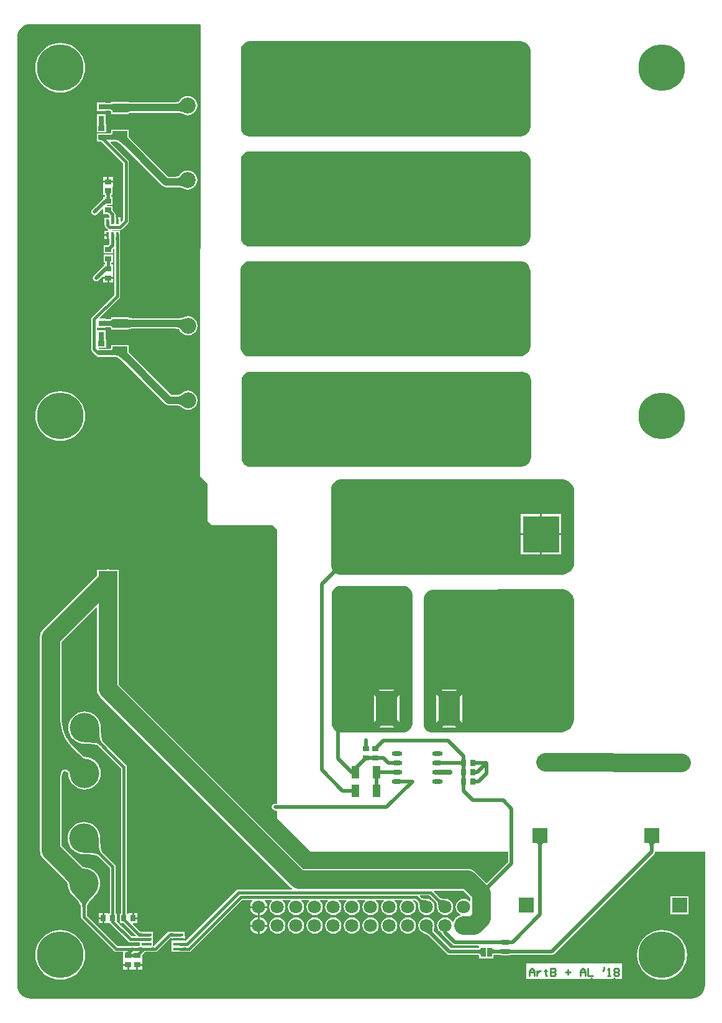
<source format=gtl>
G04*
G04 #@! TF.GenerationSoftware,Altium Limited,Altium Designer,18.0.11 (651)*
G04*
G04 Layer_Physical_Order=1*
G04 Layer_Color=255*
%FSLAX25Y25*%
%MOIN*%
G70*
G01*
G75*
%ADD14C,0.01000*%
%ADD19R,0.03150X0.03543*%
%ADD20O,0.05709X0.02362*%
%ADD21R,0.03347X0.02756*%
%ADD22R,0.04134X0.06693*%
%ADD23R,0.05315X0.01575*%
%ADD24R,0.07874X0.04921*%
%ADD25R,0.03150X0.03150*%
%ADD26R,0.03543X0.03150*%
%ADD27R,0.02756X0.03347*%
%ADD28R,0.02500X0.05000*%
%ADD29R,0.11811X0.18504*%
%ADD30R,0.01598X0.02551*%
%ADD56C,0.02000*%
%ADD57C,0.10000*%
%ADD58C,0.01500*%
%ADD59C,0.04000*%
%ADD60C,0.02500*%
%ADD61R,0.09843X0.09843*%
%ADD62C,0.09843*%
%ADD63C,0.08600*%
%ADD64C,0.15600*%
%ADD65C,0.16200*%
%ADD66R,0.19685X0.19685*%
%ADD67C,0.15748*%
%ADD68R,0.07874X0.07874*%
%ADD69C,0.19685*%
%ADD70C,0.25000*%
%ADD71R,0.07087X0.07087*%
%ADD72C,0.07087*%
G04:AMPARAMS|DCode=73|XSize=62mil|YSize=62mil|CornerRadius=18.6mil|HoleSize=0mil|Usage=FLASHONLY|Rotation=0.000|XOffset=0mil|YOffset=0mil|HoleType=Round|Shape=RoundedRectangle|*
%AMROUNDEDRECTD73*
21,1,0.06200,0.02480,0,0,0.0*
21,1,0.02480,0.06200,0,0,0.0*
1,1,0.03720,0.01240,-0.01240*
1,1,0.03720,-0.01240,-0.01240*
1,1,0.03720,-0.01240,0.01240*
1,1,0.03720,0.01240,0.01240*
%
%ADD73ROUNDEDRECTD73*%
%ADD74C,0.03800*%
%ADD75C,0.02000*%
G36*
X86609Y252350D02*
X87624Y252028D01*
X88557Y251515D01*
X89371Y250829D01*
X90036Y249998D01*
X90526Y249053D01*
X90823Y248031D01*
X90868Y247500D01*
Y207088D01*
X90868Y207087D01*
X90868Y206512D01*
X90643Y205382D01*
X90203Y204318D01*
X89563Y203360D01*
X88748Y202546D01*
X87791Y201906D01*
X86726Y201465D01*
X85597Y201240D01*
X85021Y201240D01*
X-60105D01*
X-61055Y201430D01*
X-61951Y201800D01*
X-62757Y202339D01*
X-63442Y203025D01*
X-63981Y203831D01*
X-64352Y204726D01*
X-64541Y205677D01*
X-64541Y206162D01*
Y247500D01*
X-64541Y247500D01*
X-64541Y247985D01*
X-64352Y248936D01*
X-63981Y249832D01*
X-63442Y250638D01*
X-62757Y251323D01*
X-61951Y251862D01*
X-61055Y252233D01*
X-60104Y252422D01*
X-59619Y252421D01*
X85021Y252421D01*
X85551Y252467D01*
X86609Y252350D01*
D02*
G37*
G36*
Y193299D02*
X87624Y192978D01*
X88557Y192464D01*
X89371Y191779D01*
X90036Y190948D01*
X90526Y190003D01*
X90823Y188980D01*
X90868Y188450D01*
Y148037D01*
X90868Y148037D01*
X90868Y147461D01*
X90643Y146332D01*
X90203Y145267D01*
X89563Y144310D01*
X88748Y143495D01*
X87791Y142856D01*
X86726Y142415D01*
X85597Y142190D01*
X85021Y142190D01*
X-60105D01*
X-61055Y142379D01*
X-61951Y142750D01*
X-62757Y143289D01*
X-63442Y143974D01*
X-63981Y144780D01*
X-64352Y145676D01*
X-64541Y146627D01*
X-64541Y147111D01*
Y188450D01*
X-64541Y188450D01*
X-64541Y188935D01*
X-64352Y189885D01*
X-63981Y190781D01*
X-63442Y191587D01*
X-62757Y192273D01*
X-61951Y192811D01*
X-61055Y193182D01*
X-60104Y193371D01*
X-59619Y193371D01*
X85021Y193371D01*
X85551Y193417D01*
X86609Y193299D01*
D02*
G37*
G36*
X86500Y134249D02*
X87515Y133927D01*
X88447Y133414D01*
X89262Y132729D01*
X89927Y131897D01*
X90417Y130952D01*
X90713Y129930D01*
X90759Y129400D01*
Y88987D01*
X90759Y88987D01*
X90759Y88411D01*
X90534Y87281D01*
X90093Y86217D01*
X89454Y85260D01*
X88639Y84445D01*
X87682Y83805D01*
X86617Y83364D01*
X85488Y83140D01*
X84912Y83140D01*
X-60214D01*
X-61165Y83329D01*
X-62060Y83700D01*
X-62866Y84238D01*
X-63551Y84924D01*
X-64090Y85730D01*
X-64461Y86626D01*
X-64650Y87576D01*
X-64650Y88061D01*
Y129400D01*
X-64650Y129400D01*
X-64650Y129884D01*
X-64461Y130835D01*
X-64090Y131731D01*
X-63551Y132537D01*
X-62866Y133223D01*
X-62060Y133761D01*
X-61164Y134132D01*
X-60213Y134321D01*
X-59728Y134321D01*
X84912Y134321D01*
X85442Y134367D01*
X86500Y134249D01*
D02*
G37*
G36*
X87046Y74980D02*
X88061Y74659D01*
X88993Y74145D01*
X89808Y73460D01*
X90473Y72629D01*
X90963Y71684D01*
X91259Y70661D01*
X91305Y70131D01*
Y29718D01*
X91305Y29718D01*
X91305Y29142D01*
X91080Y28013D01*
X90639Y26949D01*
X89999Y25991D01*
X89185Y25177D01*
X88227Y24537D01*
X87163Y24096D01*
X86033Y23871D01*
X85458Y23871D01*
X-59668D01*
X-60619Y24060D01*
X-61514Y24431D01*
X-62320Y24970D01*
X-63006Y25655D01*
X-63544Y26461D01*
X-63915Y27357D01*
X-64104Y28308D01*
X-64104Y28792D01*
Y70131D01*
X-64104Y70131D01*
X-64104Y70616D01*
X-63915Y71567D01*
X-63544Y72462D01*
X-63006Y73268D01*
X-62320Y73954D01*
X-61514Y74493D01*
X-60618Y74863D01*
X-59667Y75052D01*
X-59183Y75052D01*
X85458Y75052D01*
X85988Y75098D01*
X87046Y74980D01*
D02*
G37*
G36*
X-11000Y17121D02*
X107499Y17121D01*
X107499Y17121D01*
Y17121D01*
X108178Y17121D01*
X109509Y16857D01*
X110763Y16337D01*
X111891Y15583D01*
X112851Y14624D01*
X113605Y13495D01*
X114124Y12241D01*
X114389Y10910D01*
Y10232D01*
X114389Y-27131D01*
X114389Y-27131D01*
X114389Y-27814D01*
X114122Y-29152D01*
X113600Y-30413D01*
X112842Y-31548D01*
X111877Y-32513D01*
X110742Y-33271D01*
X109481Y-33793D01*
X108143Y-34060D01*
X107460Y-34060D01*
X-11001Y-34060D01*
X-11485D01*
X-12436Y-33871D01*
X-13331Y-33500D01*
X-14137Y-32961D01*
X-14823Y-32275D01*
X-15361Y-31469D01*
X-15732Y-30574D01*
X-15921Y-29623D01*
X-15921Y-29138D01*
Y12200D01*
X-15921Y12685D01*
X-15732Y13636D01*
X-15361Y14532D01*
X-14823Y15338D01*
X-14137Y16023D01*
X-13331Y16562D01*
X-12435Y16933D01*
X-11484Y17122D01*
X-11000Y17121D01*
D02*
G37*
G36*
X109565Y-42185D02*
X110763Y-42681D01*
X111841Y-43402D01*
X112758Y-44318D01*
X113478Y-45396D01*
X113974Y-46594D01*
X114227Y-47866D01*
X114227Y-48514D01*
X114227Y-111095D01*
X114227Y-111095D01*
X114227Y-111846D01*
X113934Y-113320D01*
X113359Y-114707D01*
X112525Y-115956D01*
X111463Y-117018D01*
X110214Y-117853D01*
X108826Y-118428D01*
X107353Y-118721D01*
X106602Y-118721D01*
X37848D01*
X37396Y-118688D01*
X36521Y-118448D01*
X35710Y-118042D01*
X34994Y-117485D01*
X34401Y-116800D01*
X33952Y-116012D01*
X33666Y-115151D01*
X33553Y-114252D01*
X33586Y-113799D01*
X33586Y-47567D01*
X33586Y-47096D01*
X33586Y-47096D01*
X33586Y-47096D01*
X33586Y-47096D01*
X33586Y-46611D01*
X33774Y-45661D01*
X34145Y-44765D01*
X34684Y-43959D01*
X35369Y-43273D01*
X36176Y-42735D01*
X37071Y-42364D01*
X38022Y-42175D01*
X38507Y-42175D01*
X107645Y-41932D01*
X107645Y-41932D01*
X107645Y-41932D01*
X108294Y-41932D01*
X109565Y-42185D01*
D02*
G37*
G36*
X22585Y-39980D02*
X23069D01*
X24020Y-40170D01*
X24916Y-40541D01*
X25722Y-41079D01*
X26407Y-41765D01*
X26946Y-42571D01*
X27317Y-43466D01*
X27506Y-44417D01*
X27506Y-44902D01*
X27506Y-113799D01*
X27506D01*
X27506Y-114284D01*
X27317Y-115235D01*
X26946Y-116130D01*
X26407Y-116937D01*
X25722Y-117622D01*
X24916Y-118160D01*
X24020Y-118532D01*
X23069Y-118721D01*
X22585Y-118721D01*
X-10880Y-118721D01*
X-10880D01*
X-11365Y-118721D01*
X-12315Y-118532D01*
X-13211Y-118160D01*
X-14017Y-117622D01*
X-14703Y-116936D01*
X-15241Y-116130D01*
X-15612Y-115235D01*
X-15801Y-114284D01*
X-15801Y-113799D01*
X-15801Y-44902D01*
Y-44417D01*
X-15612Y-43466D01*
X-15241Y-42571D01*
X-14703Y-41765D01*
X-14017Y-41079D01*
X-13211Y-40541D01*
X-12315Y-40170D01*
X-11365Y-39980D01*
X-10880D01*
X22585Y-39980D01*
D02*
G37*
G36*
X-140501Y-117570D02*
X-140290Y-120811D01*
X-140153Y-121689D01*
X-139982Y-122466D01*
X-139778Y-123142D01*
X-139541Y-123716D01*
X-139269Y-124189D01*
X-138965Y-124561D01*
X-140026Y-125622D01*
X-140398Y-125317D01*
X-140871Y-125046D01*
X-141445Y-124809D01*
X-142121Y-124604D01*
X-142897Y-124434D01*
X-143775Y-124296D01*
X-145835Y-124122D01*
X-147017Y-124085D01*
X-148300Y-124082D01*
X-140505Y-116287D01*
X-140501Y-117570D01*
D02*
G37*
G36*
X-161460Y-112366D02*
X-161247Y-114278D01*
X-160894Y-116131D01*
X-160399Y-117926D01*
X-159762Y-119663D01*
X-158985Y-121341D01*
X-158065Y-122960D01*
X-157005Y-124520D01*
X-155803Y-126023D01*
X-154459Y-127466D01*
Y-131415D01*
X-152485Y-129440D01*
X-151848Y-130069D01*
X-149121Y-132450D01*
X-148847Y-132614D01*
X-148626Y-132712D01*
X-148457Y-132744D01*
X-154459Y-138746D01*
Y-141608D01*
X-155803Y-140365D01*
X-155960Y-140247D01*
X-156252Y-140539D01*
X-156284Y-140370D01*
X-156382Y-140149D01*
X-156546Y-139876D01*
X-156651Y-139728D01*
X-157005Y-139463D01*
X-158065Y-138902D01*
X-158985Y-138683D01*
X-159762Y-138805D01*
X-160399Y-139268D01*
X-160894Y-140074D01*
X-161247Y-141220D01*
X-161460Y-142708D01*
X-161530Y-144537D01*
X-171530Y-122466D01*
X-161530Y-110395D01*
X-161460Y-112366D01*
D02*
G37*
G36*
X157609Y-178146D02*
X157439Y-178206D01*
X157289Y-178306D01*
X157159Y-178446D01*
X157049Y-178626D01*
X156959Y-178846D01*
X156889Y-179106D01*
X156839Y-179406D01*
X156809Y-179746D01*
X156799Y-180126D01*
X154799D01*
X154789Y-179746D01*
X154759Y-179406D01*
X154709Y-179106D01*
X154639Y-178846D01*
X154549Y-178626D01*
X154439Y-178446D01*
X154309Y-178306D01*
X154159Y-178206D01*
X153989Y-178146D01*
X153799Y-178126D01*
X157799D01*
X157609Y-178146D01*
D02*
G37*
G36*
X97767D02*
X97597Y-178206D01*
X97447Y-178306D01*
X97317Y-178446D01*
X97207Y-178626D01*
X97117Y-178846D01*
X97047Y-179106D01*
X96997Y-179406D01*
X96967Y-179746D01*
X96957Y-180126D01*
X94957D01*
X94947Y-179746D01*
X94917Y-179406D01*
X94867Y-179106D01*
X94797Y-178846D01*
X94707Y-178626D01*
X94597Y-178446D01*
X94467Y-178306D01*
X94317Y-178206D01*
X94147Y-178146D01*
X93957Y-178126D01*
X97957D01*
X97767Y-178146D01*
D02*
G37*
G36*
X-140827Y-176856D02*
X-140616Y-180097D01*
X-140478Y-180975D01*
X-140308Y-181752D01*
X-140103Y-182428D01*
X-139866Y-183002D01*
X-139595Y-183475D01*
X-139290Y-183847D01*
X-140351Y-184908D01*
X-140723Y-184603D01*
X-141196Y-184332D01*
X-141770Y-184095D01*
X-142446Y-183890D01*
X-143223Y-183720D01*
X-144101Y-183582D01*
X-146160Y-183408D01*
X-147342Y-183371D01*
X-148625Y-183368D01*
X-140830Y-175573D01*
X-140827Y-176856D01*
D02*
G37*
G36*
X-152174Y-189356D02*
X-149446Y-191736D01*
X-149173Y-191900D01*
X-148952Y-191999D01*
X-148782Y-192030D01*
X-156577Y-199825D01*
X-156609Y-199656D01*
X-156707Y-199435D01*
X-156872Y-199162D01*
X-157102Y-198837D01*
X-157763Y-198031D01*
X-158689Y-197018D01*
X-159881Y-195798D01*
X-152810Y-188726D01*
X-152174Y-189356D01*
D02*
G37*
G36*
X-86241Y261310D02*
X-86282Y18844D01*
X-84997Y17553D01*
X-82473Y14998D01*
X-82496Y-5062D01*
X-80052Y-7513D01*
X-47495Y-7572D01*
X-45004Y-10069D01*
X-45009Y-156941D01*
X-46184D01*
X-46886Y-157081D01*
X-47481Y-157479D01*
X-47879Y-158074D01*
X-48019Y-158777D01*
X-47879Y-159479D01*
X-47481Y-160074D01*
X-46886Y-160472D01*
X-46184Y-160612D01*
X-45363D01*
X-45010Y-160965D01*
X-45010Y-164608D01*
X-27013Y-182607D01*
X78871Y-182615D01*
Y-188335D01*
X67367Y-199839D01*
X61304Y-193777D01*
X60421Y-193052D01*
X59413Y-192513D01*
X58320Y-192182D01*
X57183Y-192070D01*
X-31067D01*
X-130052Y-93084D01*
Y-37028D01*
X-130159Y-35943D01*
Y-31306D01*
X-134796D01*
X-135880Y-31200D01*
X-136964Y-31306D01*
X-141601D01*
Y-34507D01*
X-170651Y-63557D01*
X-171376Y-64440D01*
X-171915Y-65448D01*
X-172246Y-66541D01*
X-172358Y-67678D01*
Y-122466D01*
Y-182077D01*
X-172246Y-183214D01*
X-171915Y-184308D01*
X-171376Y-185315D01*
X-170651Y-186198D01*
X-159740Y-197110D01*
X-159282Y-197579D01*
X-158380Y-198565D01*
X-157751Y-199332D01*
X-157554Y-199609D01*
X-157432Y-199812D01*
X-157414Y-199852D01*
X-157420Y-199904D01*
X-157252Y-201604D01*
X-156756Y-203239D01*
X-155951Y-204746D01*
X-154867Y-206067D01*
X-154660Y-206237D01*
X-153898Y-207003D01*
X-153111Y-207841D01*
X-151810Y-209382D01*
X-151318Y-210056D01*
X-150920Y-210679D01*
X-150620Y-211237D01*
X-150418Y-211726D01*
X-150405Y-211773D01*
X-150297Y-213219D01*
X-150284Y-213976D01*
Y-217753D01*
X-150164Y-218358D01*
X-149821Y-218871D01*
X-132608Y-236084D01*
X-132095Y-236427D01*
X-131490Y-236547D01*
X-127646D01*
Y-240867D01*
X-127846D01*
Y-242942D01*
X-125075D01*
Y-243442D01*
X-124575D01*
Y-246017D01*
X-120650D01*
Y-243442D01*
X-120150D01*
Y-242942D01*
X-117378D01*
Y-240867D01*
X-117578D01*
Y-238945D01*
X-117576Y-238939D01*
X-117578Y-238926D01*
Y-238809D01*
X-117578Y-238807D01*
X-117578Y-238806D01*
Y-238298D01*
X-117467Y-238140D01*
X-117092Y-237698D01*
X-116428Y-237034D01*
X-116282Y-236905D01*
X-116067Y-236735D01*
X-115881Y-236607D01*
X-115778Y-236547D01*
X-115141D01*
X-115135Y-236546D01*
X-115130Y-236547D01*
X-113875D01*
X-113856Y-236543D01*
X-112503D01*
X-112484Y-236547D01*
X-112475Y-236545D01*
X-112465Y-236547D01*
X-112323Y-236543D01*
X-111672D01*
Y-236528D01*
X-111583Y-236526D01*
X-110493D01*
X-109888Y-236405D01*
X-109376Y-236063D01*
X-102358Y-229045D01*
X-101858Y-229252D01*
Y-229338D01*
X-98201D01*
X-94543D01*
Y-228050D01*
X-94743D01*
Y-225691D01*
X-100828D01*
X-100846Y-225688D01*
X-100856Y-225690D01*
X-100866Y-225688D01*
X-101008Y-225691D01*
X-101658D01*
Y-225707D01*
X-101747Y-225709D01*
X-102838D01*
X-103442Y-225830D01*
X-103955Y-226172D01*
X-111148Y-233365D01*
X-111672D01*
Y-228866D01*
Y-225691D01*
X-117757D01*
X-117775Y-225688D01*
X-117787Y-225690D01*
X-117798Y-225688D01*
X-117916Y-225691D01*
X-118414D01*
X-122501Y-221605D01*
X-122310Y-221143D01*
X-119967D01*
Y-218970D01*
X-122345D01*
Y-218470D01*
X-122845D01*
Y-215796D01*
X-124723D01*
Y-215796D01*
X-125140Y-215996D01*
X-125642D01*
X-125654Y-215943D01*
X-125686Y-215635D01*
Y-137320D01*
X-125806Y-136716D01*
X-126149Y-136203D01*
X-138453Y-123898D01*
X-138595Y-123725D01*
X-138807Y-123356D01*
X-139009Y-122867D01*
X-139192Y-122260D01*
X-139351Y-121539D01*
X-139479Y-120722D01*
X-139686Y-117542D01*
X-139689Y-116474D01*
X-139662Y-116208D01*
X-139830Y-114508D01*
X-140326Y-112873D01*
X-141131Y-111366D01*
X-142215Y-110045D01*
X-143536Y-108961D01*
X-145043Y-108156D01*
X-146678Y-107660D01*
X-148378Y-107492D01*
X-150079Y-107660D01*
X-151714Y-108156D01*
X-153221Y-108961D01*
X-154542Y-110045D01*
X-155625Y-111366D01*
X-156431Y-112873D01*
X-156927Y-114508D01*
X-157094Y-116208D01*
X-156927Y-117909D01*
X-156431Y-119544D01*
X-155625Y-121051D01*
X-154542Y-122371D01*
X-153221Y-123455D01*
X-151714Y-124261D01*
X-150079Y-124757D01*
X-148378Y-124924D01*
X-148112Y-124898D01*
X-147030Y-124901D01*
X-145882Y-124937D01*
X-143873Y-125107D01*
X-143048Y-125236D01*
X-142326Y-125394D01*
X-141719Y-125578D01*
X-141231Y-125780D01*
X-140862Y-125991D01*
X-140689Y-126133D01*
X-128847Y-137975D01*
Y-215682D01*
X-128852Y-215764D01*
X-128875Y-215930D01*
X-128890Y-215996D01*
X-129444D01*
Y-216790D01*
X-129448Y-216808D01*
X-129444Y-216827D01*
Y-220943D01*
X-127780D01*
X-127715Y-220980D01*
X-127535Y-221105D01*
X-127122Y-221453D01*
X-120769Y-227806D01*
X-120960Y-228268D01*
X-123207D01*
X-131156Y-220320D01*
Y-216867D01*
X-131152Y-216848D01*
X-131156Y-216830D01*
Y-216037D01*
X-131710D01*
X-131722Y-215983D01*
X-131754Y-215675D01*
Y-190864D01*
X-131874Y-190259D01*
X-132217Y-189747D01*
X-138779Y-183184D01*
X-138921Y-183011D01*
X-139132Y-182642D01*
X-139334Y-182153D01*
X-139518Y-181546D01*
X-139676Y-180825D01*
X-139804Y-180008D01*
X-140011Y-176829D01*
X-140014Y-175760D01*
X-139988Y-175494D01*
X-140155Y-173794D01*
X-140651Y-172159D01*
X-141457Y-170652D01*
X-142541Y-169331D01*
X-143861Y-168247D01*
X-145368Y-167442D01*
X-147003Y-166946D01*
X-148704Y-166779D01*
X-150404Y-166946D01*
X-152039Y-167442D01*
X-153546Y-168247D01*
X-154867Y-169331D01*
X-155951Y-170652D01*
X-156756Y-172159D01*
X-157252Y-173794D01*
X-157420Y-175494D01*
X-157252Y-177195D01*
X-156756Y-178830D01*
X-155951Y-180337D01*
X-154867Y-181658D01*
X-153546Y-182741D01*
X-152039Y-183547D01*
X-150404Y-184043D01*
X-148704Y-184210D01*
X-148438Y-184184D01*
X-147356Y-184187D01*
X-146207Y-184223D01*
X-144198Y-184393D01*
X-143373Y-184522D01*
X-142652Y-184680D01*
X-142045Y-184864D01*
X-141556Y-185066D01*
X-141187Y-185277D01*
X-141014Y-185419D01*
X-134914Y-191519D01*
Y-215554D01*
X-135284Y-216037D01*
X-135460Y-216037D01*
X-135877Y-215837D01*
X-135929Y-215837D01*
X-137755D01*
Y-218510D01*
Y-221183D01*
X-135929D01*
X-135877Y-221183D01*
X-135460Y-220983D01*
X-135377Y-220983D01*
X-134793D01*
X-134451Y-221494D01*
X-124979Y-230966D01*
X-124467Y-231309D01*
X-123862Y-231429D01*
X-118587D01*
Y-233384D01*
X-118676Y-233386D01*
X-130836D01*
X-147123Y-217099D01*
Y-213976D01*
X-147111Y-213219D01*
X-147002Y-211773D01*
X-146990Y-211726D01*
X-146787Y-211237D01*
X-146488Y-210679D01*
X-146090Y-210056D01*
X-145602Y-209388D01*
X-143500Y-206994D01*
X-142747Y-206237D01*
X-142541Y-206067D01*
X-141457Y-204746D01*
X-140651Y-203239D01*
X-140155Y-201604D01*
X-139988Y-199904D01*
X-140155Y-198204D01*
X-140651Y-196568D01*
X-141457Y-195062D01*
X-142541Y-193741D01*
X-143861Y-192657D01*
X-145368Y-191851D01*
X-147003Y-191355D01*
X-148704Y-191188D01*
X-148756Y-191193D01*
X-148796Y-191175D01*
X-148964Y-191074D01*
X-151536Y-188830D01*
X-160702Y-179663D01*
Y-144232D01*
X-160646Y-142781D01*
X-160449Y-141399D01*
X-160145Y-140413D01*
X-159788Y-139833D01*
X-159441Y-139580D01*
X-159017Y-139513D01*
X-158355Y-139671D01*
X-157443Y-140154D01*
X-157243Y-140304D01*
X-157229Y-140323D01*
X-157107Y-140526D01*
X-157089Y-140566D01*
X-157094Y-140618D01*
X-156927Y-142318D01*
X-156431Y-143953D01*
X-155625Y-145460D01*
X-154542Y-146781D01*
X-153221Y-147865D01*
X-151714Y-148670D01*
X-150079Y-149166D01*
X-148378Y-149334D01*
X-146678Y-149166D01*
X-145043Y-148670D01*
X-143536Y-147865D01*
X-142215Y-146781D01*
X-141131Y-145460D01*
X-140326Y-143953D01*
X-139830Y-142318D01*
X-139662Y-140618D01*
X-139830Y-138917D01*
X-140326Y-137282D01*
X-141131Y-135775D01*
X-142215Y-134455D01*
X-143536Y-133371D01*
X-145043Y-132565D01*
X-146678Y-132069D01*
X-148378Y-131902D01*
X-148431Y-131907D01*
X-148470Y-131889D01*
X-148638Y-131788D01*
X-151210Y-129544D01*
X-154107Y-126647D01*
X-155185Y-125489D01*
X-156348Y-124036D01*
X-157372Y-122528D01*
X-158259Y-120967D01*
X-159008Y-119350D01*
X-159621Y-117677D01*
X-160099Y-115946D01*
X-160440Y-114156D01*
X-160645Y-112306D01*
X-160702Y-110725D01*
Y-70092D01*
X-142170Y-51560D01*
X-141708Y-51751D01*
Y-95498D01*
X-141596Y-96635D01*
X-141264Y-97729D01*
X-140726Y-98736D01*
X-140001Y-99619D01*
X-37602Y-202019D01*
X-36933Y-202567D01*
X-37112Y-203067D01*
X-65825D01*
X-66430Y-203188D01*
X-66943Y-203530D01*
X-94043Y-230630D01*
X-94543Y-230423D01*
Y-230338D01*
X-98201D01*
X-101858D01*
Y-231625D01*
X-101658D01*
Y-236543D01*
X-96965D01*
X-96946Y-236547D01*
X-96927Y-236543D01*
X-95574D01*
X-95555Y-236547D01*
X-95545Y-236545D01*
X-95536Y-236547D01*
X-95394Y-236543D01*
X-94743D01*
Y-236528D01*
X-94654Y-236526D01*
X-92371D01*
X-91766Y-236405D01*
X-91254Y-236063D01*
X-63919Y-208728D01*
X-58401D01*
X-58291Y-209051D01*
X-58261Y-209228D01*
X-58969Y-210150D01*
X-59426Y-211255D01*
X-59517Y-211941D01*
X-55000D01*
X-50483D01*
X-50574Y-211255D01*
X-51031Y-210150D01*
X-51739Y-209228D01*
X-51709Y-209051D01*
X-51599Y-208728D01*
X-48074D01*
X-47913Y-209202D01*
X-48098Y-209343D01*
X-48794Y-210251D01*
X-49231Y-211307D01*
X-49381Y-212441D01*
X-49231Y-213575D01*
X-48794Y-214631D01*
X-48098Y-215539D01*
X-47190Y-216235D01*
X-46134Y-216672D01*
X-45000Y-216822D01*
X-43866Y-216672D01*
X-42810Y-216235D01*
X-41902Y-215539D01*
X-41206Y-214631D01*
X-40769Y-213575D01*
X-40619Y-212441D01*
X-40769Y-211307D01*
X-41206Y-210251D01*
X-41902Y-209343D01*
X-42087Y-209202D01*
X-41926Y-208728D01*
X-38074D01*
X-37913Y-209202D01*
X-38098Y-209343D01*
X-38794Y-210251D01*
X-39232Y-211307D01*
X-39381Y-212441D01*
X-39232Y-213575D01*
X-38794Y-214631D01*
X-38098Y-215539D01*
X-37190Y-216235D01*
X-36134Y-216672D01*
X-35000Y-216822D01*
X-33866Y-216672D01*
X-32810Y-216235D01*
X-31902Y-215539D01*
X-31206Y-214631D01*
X-30768Y-213575D01*
X-30619Y-212441D01*
X-30768Y-211307D01*
X-31206Y-210251D01*
X-31902Y-209343D01*
X-32087Y-209202D01*
X-31926Y-208728D01*
X-28074D01*
X-27913Y-209202D01*
X-28098Y-209343D01*
X-28794Y-210251D01*
X-29232Y-211307D01*
X-29381Y-212441D01*
X-29232Y-213575D01*
X-28794Y-214631D01*
X-28098Y-215539D01*
X-27190Y-216235D01*
X-26134Y-216672D01*
X-25000Y-216822D01*
X-23866Y-216672D01*
X-22810Y-216235D01*
X-21902Y-215539D01*
X-21206Y-214631D01*
X-20768Y-213575D01*
X-20619Y-212441D01*
X-20768Y-211307D01*
X-21206Y-210251D01*
X-21902Y-209343D01*
X-22087Y-209202D01*
X-21926Y-208728D01*
X-18074D01*
X-17913Y-209202D01*
X-18098Y-209343D01*
X-18794Y-210251D01*
X-19231Y-211307D01*
X-19381Y-212441D01*
X-19231Y-213575D01*
X-18794Y-214631D01*
X-18098Y-215539D01*
X-17190Y-216235D01*
X-16134Y-216672D01*
X-15000Y-216822D01*
X-13866Y-216672D01*
X-12810Y-216235D01*
X-11902Y-215539D01*
X-11206Y-214631D01*
X-10768Y-213575D01*
X-10619Y-212441D01*
X-10768Y-211307D01*
X-11206Y-210251D01*
X-11902Y-209343D01*
X-12087Y-209202D01*
X-11926Y-208728D01*
X-8074D01*
X-7913Y-209202D01*
X-8098Y-209343D01*
X-8794Y-210251D01*
X-9232Y-211307D01*
X-9381Y-212441D01*
X-9232Y-213575D01*
X-8794Y-214631D01*
X-8098Y-215539D01*
X-7190Y-216235D01*
X-6134Y-216672D01*
X-5000Y-216822D01*
X-3866Y-216672D01*
X-2810Y-216235D01*
X-1902Y-215539D01*
X-1206Y-214631D01*
X-769Y-213575D01*
X-619Y-212441D01*
X-769Y-211307D01*
X-1206Y-210251D01*
X-1902Y-209343D01*
X-2087Y-209202D01*
X-1926Y-208728D01*
X1926D01*
X2087Y-209202D01*
X1902Y-209343D01*
X1206Y-210251D01*
X769Y-211307D01*
X619Y-212441D01*
X769Y-213575D01*
X1206Y-214631D01*
X1902Y-215539D01*
X2810Y-216235D01*
X3866Y-216672D01*
X5000Y-216822D01*
X6134Y-216672D01*
X7190Y-216235D01*
X8098Y-215539D01*
X8794Y-214631D01*
X9232Y-213575D01*
X9381Y-212441D01*
X9232Y-211307D01*
X8794Y-210251D01*
X8098Y-209343D01*
X7913Y-209202D01*
X8074Y-208728D01*
X11926D01*
X12087Y-209202D01*
X11902Y-209343D01*
X11206Y-210251D01*
X10768Y-211307D01*
X10619Y-212441D01*
X10768Y-213575D01*
X11206Y-214631D01*
X11902Y-215539D01*
X12810Y-216235D01*
X13866Y-216672D01*
X15000Y-216822D01*
X16134Y-216672D01*
X17190Y-216235D01*
X18098Y-215539D01*
X18794Y-214631D01*
X19231Y-213575D01*
X19381Y-212441D01*
X19231Y-211307D01*
X18794Y-210251D01*
X18098Y-209343D01*
X17913Y-209202D01*
X18074Y-208728D01*
X21926D01*
X22087Y-209202D01*
X21902Y-209343D01*
X21206Y-210251D01*
X20768Y-211307D01*
X20619Y-212441D01*
X20768Y-213575D01*
X21206Y-214631D01*
X21902Y-215539D01*
X22810Y-216235D01*
X23866Y-216672D01*
X25000Y-216822D01*
X26134Y-216672D01*
X27190Y-216235D01*
X28098Y-215539D01*
X28794Y-214631D01*
X29232Y-213575D01*
X29381Y-212441D01*
X29232Y-211307D01*
X28794Y-210251D01*
X28098Y-209343D01*
X27913Y-209202D01*
X28074Y-208728D01*
X29052D01*
X30063Y-209739D01*
X30167Y-209889D01*
X30270Y-210081D01*
X30364Y-210306D01*
X30448Y-210567D01*
X30518Y-210863D01*
X30572Y-211184D01*
X30637Y-211973D01*
X30640Y-212284D01*
X30619Y-212441D01*
X30768Y-213575D01*
X31206Y-214631D01*
X31902Y-215539D01*
X32810Y-216235D01*
X33866Y-216672D01*
X35000Y-216822D01*
X36134Y-216672D01*
X37190Y-216235D01*
X38098Y-215539D01*
X38794Y-214631D01*
X39232Y-213575D01*
X39381Y-212441D01*
X39232Y-211307D01*
X38794Y-210251D01*
X38098Y-209343D01*
X37190Y-208647D01*
X36134Y-208209D01*
X35000Y-208060D01*
X34862Y-208078D01*
X34111Y-208054D01*
X33754Y-208015D01*
X33422Y-207959D01*
X33126Y-207889D01*
X32865Y-207805D01*
X32640Y-207711D01*
X32449Y-207608D01*
X32298Y-207504D01*
X31484Y-206690D01*
X31675Y-206228D01*
X36552D01*
X40063Y-209739D01*
X40167Y-209889D01*
X40270Y-210081D01*
X40364Y-210306D01*
X40448Y-210567D01*
X40518Y-210863D01*
X40572Y-211184D01*
X40637Y-211973D01*
X40640Y-212284D01*
X40619Y-212441D01*
X40769Y-213575D01*
X41206Y-214631D01*
X41902Y-215539D01*
X42810Y-216235D01*
X43866Y-216672D01*
X45000Y-216822D01*
X46134Y-216672D01*
X47190Y-216235D01*
X48098Y-215539D01*
X48794Y-214631D01*
X49231Y-213575D01*
X49381Y-212441D01*
X49231Y-211307D01*
X48794Y-210251D01*
X48098Y-209343D01*
X47190Y-208647D01*
X46134Y-208209D01*
X45000Y-208060D01*
X44862Y-208078D01*
X44111Y-208054D01*
X43754Y-208015D01*
X43422Y-207959D01*
X43126Y-207889D01*
X42865Y-207805D01*
X42640Y-207711D01*
X42448Y-207608D01*
X42298Y-207504D01*
X38982Y-204188D01*
X39173Y-203726D01*
X54769D01*
X58715Y-207672D01*
Y-209370D01*
X58242Y-209531D01*
X58098Y-209343D01*
X57190Y-208647D01*
X56134Y-208209D01*
X55000Y-208060D01*
X53866Y-208209D01*
X52810Y-208647D01*
X51902Y-209343D01*
X51206Y-210251D01*
X50769Y-211307D01*
X50619Y-212441D01*
X50769Y-213575D01*
X51206Y-214631D01*
X51902Y-215539D01*
X52810Y-216235D01*
X53143Y-216373D01*
X53135Y-216911D01*
X53057Y-216941D01*
X52703Y-217048D01*
X52524Y-217144D01*
X52334Y-217216D01*
X52021Y-217413D01*
X51696Y-217587D01*
X51539Y-217716D01*
X51366Y-217824D01*
X51098Y-218077D01*
X51073Y-218098D01*
X50657D01*
Y-218494D01*
X50536Y-218608D01*
X50322Y-218909D01*
X50088Y-219195D01*
X49992Y-219374D01*
X49874Y-219540D01*
X49723Y-219877D01*
X49549Y-220202D01*
X49490Y-220397D01*
X49441Y-220507D01*
X49199Y-220558D01*
X48907Y-220525D01*
X48794Y-220251D01*
X48098Y-219343D01*
X47190Y-218647D01*
X46134Y-218209D01*
X45000Y-218060D01*
X43866Y-218209D01*
X42810Y-218647D01*
X41902Y-219343D01*
X41206Y-220251D01*
X40769Y-221307D01*
X40619Y-222441D01*
X40769Y-223575D01*
X41206Y-224631D01*
X41902Y-225539D01*
X42810Y-226235D01*
X43245Y-226415D01*
X43304Y-226716D01*
X43702Y-227311D01*
X49088Y-232697D01*
X49683Y-233095D01*
X50386Y-233235D01*
X62992D01*
X63398Y-233461D01*
Y-234378D01*
X63352Y-234406D01*
X63238Y-234452D01*
X63064Y-234499D01*
X62832Y-234537D01*
X62666Y-234552D01*
X48090D01*
X39301Y-225763D01*
X39196Y-225617D01*
X39098Y-225439D01*
X39026Y-225259D01*
X38978Y-225071D01*
X38952Y-224872D01*
X38950Y-224656D01*
X38975Y-224421D01*
X39028Y-224165D01*
X39122Y-223856D01*
X39125Y-223833D01*
X39232Y-223575D01*
X39381Y-222441D01*
X39232Y-221307D01*
X38794Y-220251D01*
X38098Y-219343D01*
X37190Y-218647D01*
X36134Y-218209D01*
X35000Y-218060D01*
X33866Y-218209D01*
X32810Y-218647D01*
X31902Y-219343D01*
X31206Y-220251D01*
X30768Y-221307D01*
X30619Y-222441D01*
X30768Y-223575D01*
X31206Y-224631D01*
X31902Y-225539D01*
X32810Y-226235D01*
X33574Y-226552D01*
X33603Y-226569D01*
X33764Y-226630D01*
X33866Y-226672D01*
X33881Y-226675D01*
X34760Y-227006D01*
X35058Y-227142D01*
X35629Y-227446D01*
X35857Y-227590D01*
X36067Y-227739D01*
X36169Y-227822D01*
X46032Y-237685D01*
X46628Y-238083D01*
X47330Y-238222D01*
X62666D01*
X62832Y-238237D01*
X63064Y-238275D01*
X63238Y-238322D01*
X63352Y-238368D01*
X63398Y-238396D01*
Y-240061D01*
X71042D01*
Y-238330D01*
X71089Y-238302D01*
X71203Y-238255D01*
X71377Y-238209D01*
X71609Y-238170D01*
X71774Y-238156D01*
X74435D01*
X74872Y-238190D01*
X74872Y-238190D01*
Y-238499D01*
X75666D01*
X75684Y-238502D01*
X75703Y-238499D01*
X78988D01*
X79007Y-238502D01*
X79025Y-238499D01*
X79819D01*
Y-238206D01*
X80455Y-238156D01*
X102261D01*
X102963Y-238016D01*
X103559Y-237618D01*
X157097Y-184080D01*
X157495Y-183484D01*
X157635Y-182782D01*
X157796Y-182621D01*
X184498Y-182623D01*
Y-254331D01*
X184498Y-254331D01*
X184498D01*
X184476Y-254822D01*
X184383Y-255767D01*
X183965Y-257147D01*
X183284Y-258419D01*
X182369Y-259535D01*
X181254Y-260450D01*
X179982Y-261130D01*
X178601Y-261549D01*
X177217Y-261685D01*
X177165Y-261664D01*
X-177165D01*
X-177217Y-261685D01*
X-178601Y-261549D01*
X-179982Y-261130D01*
X-181254Y-260450D01*
X-182369Y-259535D01*
X-183284Y-258419D01*
X-183965Y-257147D01*
X-184383Y-255767D01*
X-184520Y-254383D01*
X-184498Y-254331D01*
Y254331D01*
X-184520Y254383D01*
X-184383Y255767D01*
X-183965Y257147D01*
X-183284Y258419D01*
X-182369Y259535D01*
X-181254Y260450D01*
X-179982Y261130D01*
X-178601Y261549D01*
X-177656Y261642D01*
X-177165Y261664D01*
Y261664D01*
X-177165Y261664D01*
X-86595D01*
X-86241Y261310D01*
D02*
G37*
G36*
X41786Y-208141D02*
X42022Y-208305D01*
X42288Y-208448D01*
X42583Y-208571D01*
X42907Y-208675D01*
X43260Y-208759D01*
X43642Y-208823D01*
X44054Y-208868D01*
X44965Y-208898D01*
X41457Y-212405D01*
X41452Y-211935D01*
X41383Y-211083D01*
X41318Y-210701D01*
X41234Y-210348D01*
X41130Y-210023D01*
X41007Y-209729D01*
X40863Y-209463D01*
X40701Y-209226D01*
X40518Y-209019D01*
X41578Y-207959D01*
X41786Y-208141D01*
D02*
G37*
G36*
X31786D02*
X32022Y-208305D01*
X32288Y-208448D01*
X32583Y-208571D01*
X32907Y-208675D01*
X33260Y-208759D01*
X33642Y-208823D01*
X34054Y-208868D01*
X34965Y-208898D01*
X31457Y-212405D01*
X31452Y-211935D01*
X31383Y-211083D01*
X31318Y-210701D01*
X31234Y-210348D01*
X31130Y-210023D01*
X31007Y-209729D01*
X30863Y-209463D01*
X30700Y-209226D01*
X30518Y-209019D01*
X31578Y-207959D01*
X31786Y-208141D01*
D02*
G37*
G36*
X-145696Y-204054D02*
X-146169Y-204787D01*
X-146534Y-205527D01*
X-143192D01*
X-144097Y-206437D01*
X-146239Y-208878D01*
X-146763Y-209596D01*
X-147192Y-210266D01*
X-147525Y-210888D01*
X-147763Y-211462D01*
X-147810Y-211634D01*
X-147926Y-213182D01*
X-147954Y-214847D01*
X-149454D01*
X-149481Y-213182D01*
X-149597Y-211634D01*
X-149644Y-211462D01*
X-149882Y-210888D01*
X-150216Y-210266D01*
X-150644Y-209596D01*
X-151168Y-208878D01*
X-152501Y-207298D01*
X-153311Y-206437D01*
X-154216Y-205527D01*
X-150873D01*
X-151238Y-204787D01*
X-151712Y-204054D01*
X-152241Y-203437D01*
X-145166D01*
X-145696Y-204054D01*
D02*
G37*
G36*
X-126510Y-215593D02*
X-126461Y-216073D01*
X-126418Y-216268D01*
X-126362Y-216433D01*
X-126295Y-216568D01*
X-126214Y-216673D01*
X-126122Y-216748D01*
X-126017Y-216793D01*
X-125900Y-216808D01*
X-128632D01*
X-128515Y-216793D01*
X-128410Y-216748D01*
X-128318Y-216673D01*
X-128238Y-216568D01*
X-128170Y-216433D01*
X-128115Y-216268D01*
X-128072Y-216073D01*
X-128041Y-215848D01*
X-128022Y-215593D01*
X-128016Y-215308D01*
X-126516D01*
X-126510Y-215593D01*
D02*
G37*
G36*
X-132578Y-215634D02*
X-132529Y-216113D01*
X-132485Y-216308D01*
X-132430Y-216474D01*
X-132362Y-216609D01*
X-132282Y-216714D01*
X-132190Y-216789D01*
X-132085Y-216833D01*
X-131968Y-216848D01*
X-134700D01*
X-134583Y-216833D01*
X-134478Y-216789D01*
X-134386Y-216714D01*
X-134306Y-216609D01*
X-134238Y-216474D01*
X-134183Y-216308D01*
X-134140Y-216113D01*
X-134109Y-215889D01*
X-134090Y-215634D01*
X-134084Y-215349D01*
X-132584D01*
X-132578Y-215634D01*
D02*
G37*
G36*
X-126010Y-218421D02*
X-126062Y-218547D01*
X-126068Y-218698D01*
X-126029Y-218873D01*
X-125945Y-219073D01*
X-125815Y-219297D01*
X-125639Y-219546D01*
X-125418Y-219820D01*
X-124840Y-220440D01*
X-126210Y-221192D01*
X-126505Y-220907D01*
X-127039Y-220457D01*
X-127279Y-220290D01*
X-127500Y-220163D01*
X-127703Y-220076D01*
X-127888Y-220027D01*
X-128054Y-220019D01*
X-128202Y-220049D01*
X-128331Y-220119D01*
X-125912Y-218319D01*
X-126010Y-218421D01*
D02*
G37*
G36*
X38237Y-223962D02*
X38168Y-224295D01*
X38134Y-224617D01*
X38137Y-224927D01*
X38175Y-225226D01*
X38249Y-225513D01*
X38359Y-225789D01*
X38506Y-226054D01*
X38688Y-226307D01*
X38906Y-226549D01*
X36983Y-227455D01*
X36784Y-227269D01*
X36559Y-227088D01*
X36311Y-226912D01*
X36038Y-226741D01*
X35420Y-226411D01*
X35074Y-226253D01*
X33891Y-225806D01*
X38342Y-223617D01*
X38237Y-223962D01*
D02*
G37*
G36*
X-100846Y-228054D02*
X-100861Y-228051D01*
X-100906Y-228049D01*
X-102346Y-228040D01*
Y-226540D01*
X-100846Y-226503D01*
Y-228054D01*
D02*
G37*
G36*
X-117775D02*
X-117788Y-228051D01*
X-117826Y-228049D01*
X-118592Y-228040D01*
X-119051Y-228040D01*
Y-226540D01*
X-117775Y-226503D01*
Y-228054D01*
D02*
G37*
G36*
Y-230613D02*
X-117790Y-230610D01*
X-117835Y-230608D01*
X-119275Y-230599D01*
Y-229099D01*
X-117775Y-229062D01*
Y-230613D01*
D02*
G37*
G36*
X79027Y-230103D02*
X79087Y-230165D01*
X79186Y-230220D01*
X79326Y-230268D01*
X79507Y-230308D01*
X79726Y-230341D01*
X80287Y-230385D01*
X81007Y-230399D01*
Y-232399D01*
X80626Y-232403D01*
X79507Y-232491D01*
X79326Y-232531D01*
X79186Y-232579D01*
X79087Y-232634D01*
X79027Y-232696D01*
X79007Y-232765D01*
Y-230033D01*
X79027Y-230103D01*
D02*
G37*
G36*
X75684Y-232765D02*
X75664Y-232696D01*
X75604Y-232634D01*
X75504Y-232579D01*
X75364Y-232531D01*
X75184Y-232491D01*
X74964Y-232458D01*
X74404Y-232414D01*
X73684Y-232399D01*
Y-230399D01*
X74064Y-230396D01*
X75184Y-230308D01*
X75364Y-230268D01*
X75504Y-230220D01*
X75604Y-230165D01*
X75664Y-230103D01*
X75684Y-230033D01*
Y-232765D01*
D02*
G37*
G36*
X-95540Y-231624D02*
X-95495Y-231627D01*
X-94055Y-231636D01*
Y-233136D01*
X-95555Y-233172D01*
Y-231622D01*
X-95540Y-231624D01*
D02*
G37*
G36*
X-115239Y-235719D02*
X-115378Y-235659D01*
X-115533Y-235636D01*
X-115704Y-235650D01*
X-115892Y-235701D01*
X-116096Y-235789D01*
X-116316Y-235915D01*
X-116553Y-236079D01*
X-116806Y-236279D01*
X-117075Y-236517D01*
X-117345Y-236777D01*
X-117635Y-237077D01*
X-118114Y-237641D01*
X-118286Y-237888D01*
X-118415Y-238111D01*
X-118498Y-238312D01*
X-118538Y-238489D01*
X-118533Y-238644D01*
X-118484Y-238774D01*
X-118390Y-238882D01*
X-120708Y-236958D01*
X-120583Y-237034D01*
X-120438Y-237069D01*
X-120274Y-237064D01*
X-120091Y-237019D01*
X-119888Y-236933D01*
X-119666Y-236807D01*
X-119425Y-236640D01*
X-119165Y-236433D01*
X-118886Y-236185D01*
X-118726Y-236031D01*
X-118634Y-235936D01*
X-118458Y-235722D01*
X-119275Y-235717D01*
Y-234217D01*
X-117775Y-234181D01*
X-115239Y-235719D01*
D02*
G37*
G36*
X-95540Y-234183D02*
X-95495Y-234186D01*
X-94055Y-234195D01*
Y-235695D01*
X-95555Y-235731D01*
Y-234181D01*
X-95540Y-234183D01*
D02*
G37*
G36*
X-112469D02*
X-112424Y-234186D01*
X-110984Y-234195D01*
Y-235695D01*
X-112484Y-235731D01*
Y-234181D01*
X-112469Y-234183D01*
D02*
G37*
G36*
X-120872Y-235717D02*
X-121168Y-235727D01*
X-121455Y-235759D01*
X-121733Y-235812D01*
X-122002Y-235887D01*
X-122262Y-235982D01*
X-122514Y-236099D01*
X-122757Y-236237D01*
X-122991Y-236396D01*
X-123063Y-236453D01*
X-123274Y-236693D01*
X-123336Y-236788D01*
X-123372Y-236862D01*
X-123380Y-236915D01*
X-123361Y-236947D01*
X-123315Y-236958D01*
X-126795D01*
X-126578Y-236942D01*
X-126350Y-236894D01*
X-126111Y-236815D01*
X-125862Y-236703D01*
X-125602Y-236560D01*
X-125331Y-236385D01*
X-125160Y-236259D01*
X-125148Y-236237D01*
X-125115Y-236099D01*
X-125134Y-235982D01*
X-125203Y-235887D01*
X-125324Y-235812D01*
X-125496Y-235759D01*
X-125719Y-235727D01*
X-125994Y-235717D01*
X-122683Y-234217D01*
X-120872Y-235717D01*
D02*
G37*
G36*
X79027Y-235024D02*
X79087Y-235086D01*
X79186Y-235141D01*
X79326Y-235189D01*
X79507Y-235229D01*
X79726Y-235262D01*
X80287Y-235306D01*
X81007Y-235321D01*
Y-237321D01*
X80626Y-237324D01*
X79507Y-237412D01*
X79326Y-237452D01*
X79186Y-237500D01*
X79087Y-237555D01*
X79027Y-237617D01*
X79007Y-237687D01*
Y-234955D01*
X79027Y-235024D01*
D02*
G37*
G36*
X75684Y-237687D02*
X75664Y-237617D01*
X75604Y-237555D01*
X75504Y-237500D01*
X75364Y-237452D01*
X75184Y-237412D01*
X74964Y-237379D01*
X74404Y-237335D01*
X73684Y-237321D01*
Y-235321D01*
X74064Y-235317D01*
X75184Y-235229D01*
X75364Y-235189D01*
X75504Y-235141D01*
X75604Y-235086D01*
X75664Y-235024D01*
X75684Y-234955D01*
Y-237687D01*
D02*
G37*
G36*
X-121897Y-237769D02*
X-121815Y-237771D01*
Y-239271D01*
X-121897Y-239273D01*
Y-240021D01*
X-121912Y-239878D01*
X-121958Y-239751D01*
X-122033Y-239638D01*
X-122139Y-239541D01*
X-122275Y-239458D01*
X-122442Y-239391D01*
X-122612Y-239345D01*
X-122783Y-239391D01*
X-122949Y-239458D01*
X-123085Y-239541D01*
X-123191Y-239638D01*
X-123267Y-239751D01*
X-123312Y-239878D01*
X-123327Y-240021D01*
Y-239273D01*
X-123409Y-239271D01*
Y-237771D01*
X-123327Y-237769D01*
Y-237021D01*
X-123312Y-237163D01*
X-123267Y-237291D01*
X-123191Y-237403D01*
X-123085Y-237501D01*
X-122949Y-237583D01*
X-122783Y-237651D01*
X-122612Y-237696D01*
X-122442Y-237651D01*
X-122275Y-237583D01*
X-122139Y-237501D01*
X-122033Y-237403D01*
X-121958Y-237291D01*
X-121912Y-237163D01*
X-121897Y-237021D01*
Y-237769D01*
D02*
G37*
G36*
X70239Y-234511D02*
X70299Y-234681D01*
X70399Y-234831D01*
X70540Y-234961D01*
X70721Y-235071D01*
X70943Y-235161D01*
X71204Y-235231D01*
X71506Y-235281D01*
X71848Y-235311D01*
X72230Y-235321D01*
Y-237321D01*
X71848Y-237331D01*
X71506Y-237361D01*
X71204Y-237411D01*
X70943Y-237481D01*
X70721Y-237571D01*
X70540Y-237681D01*
X70399Y-237811D01*
X70299Y-237961D01*
X70239Y-238131D01*
X70218Y-238321D01*
Y-234321D01*
X70239Y-234511D01*
D02*
G37*
G36*
X64222Y-238387D02*
X64202Y-238197D01*
X64142Y-238027D01*
X64041Y-237877D01*
X63900Y-237747D01*
X63719Y-237637D01*
X63498Y-237547D01*
X63236Y-237477D01*
X62935Y-237427D01*
X62593Y-237397D01*
X62210Y-237387D01*
Y-235387D01*
X62593Y-235377D01*
X62935Y-235347D01*
X63236Y-235297D01*
X63498Y-235227D01*
X63719Y-235137D01*
X63900Y-235027D01*
X64041Y-234897D01*
X64142Y-234747D01*
X64202Y-234577D01*
X64222Y-234387D01*
Y-238387D01*
D02*
G37*
%LPC*%
G36*
X107317Y-1579D02*
X96974D01*
Y-11921D01*
X107317D01*
Y-1579D01*
D02*
G37*
G36*
X95974D02*
X85632D01*
Y-11921D01*
X95974D01*
Y-1579D01*
D02*
G37*
G36*
X107317Y-12921D02*
X96974D01*
Y-23264D01*
X107317D01*
Y-12921D01*
D02*
G37*
G36*
X95974D02*
X85632D01*
Y-23264D01*
X95974D01*
Y-12921D01*
D02*
G37*
G36*
X45222Y-61356D02*
X44715Y-61457D01*
X44285Y-61744D01*
X43998Y-62174D01*
X43897Y-62682D01*
X43998Y-63189D01*
X44285Y-63619D01*
X48222Y-67556D01*
X48652Y-67843D01*
X49159Y-67944D01*
X49667Y-67843D01*
X50097Y-67556D01*
X50384Y-67126D01*
X50485Y-66619D01*
X50384Y-66111D01*
X50097Y-65681D01*
X46160Y-61744D01*
X45730Y-61457D01*
X45222Y-61356D01*
D02*
G37*
G36*
X51279Y-95617D02*
X43125D01*
X47202Y-99695D01*
X51279Y-95617D01*
D02*
G37*
G36*
X40296Y-98446D02*
Y-113293D01*
X45788Y-107802D01*
X47202Y-109216D01*
X48616Y-107802D01*
X54107Y-113293D01*
Y-98446D01*
X48616Y-103937D01*
X47202Y-102523D01*
X45788Y-103937D01*
X40296Y-98446D01*
D02*
G37*
G36*
X47202Y-112044D02*
X43125Y-116121D01*
X51279D01*
X47202Y-112044D01*
D02*
G37*
G36*
X17815Y-95617D02*
X9660D01*
X13737Y-99695D01*
X17815Y-95617D01*
D02*
G37*
G36*
X6832Y-98446D02*
Y-113293D01*
X12323Y-107802D01*
X13737Y-109216D01*
X15152Y-107802D01*
X20643Y-113293D01*
Y-98446D01*
X15152Y-103937D01*
X13737Y-102523D01*
X12323Y-103937D01*
X6832Y-98446D01*
D02*
G37*
G36*
X13737Y-112044D02*
X9660Y-116121D01*
X17815D01*
X13737Y-112044D01*
D02*
G37*
G36*
X-161417Y251530D02*
X-163504Y251366D01*
X-165540Y250877D01*
X-167474Y250076D01*
X-169259Y248982D01*
X-170851Y247623D01*
X-172211Y246031D01*
X-173304Y244246D01*
X-174106Y242312D01*
X-174594Y240276D01*
X-174758Y238189D01*
X-174594Y236102D01*
X-174106Y234066D01*
X-173304Y232132D01*
X-172211Y230347D01*
X-170851Y228755D01*
X-169259Y227396D01*
X-167474Y226302D01*
X-165540Y225501D01*
X-163504Y225012D01*
X-161417Y224848D01*
X-159330Y225012D01*
X-157295Y225501D01*
X-155361Y226302D01*
X-153576Y227396D01*
X-151984Y228755D01*
X-150624Y230347D01*
X-149530Y232132D01*
X-148729Y234066D01*
X-148240Y236102D01*
X-148076Y238189D01*
X-148240Y240276D01*
X-148729Y242312D01*
X-149530Y244246D01*
X-150624Y246031D01*
X-151984Y247623D01*
X-153576Y248982D01*
X-155361Y250076D01*
X-157295Y250877D01*
X-159330Y251366D01*
X-161417Y251530D01*
D02*
G37*
G36*
X-93045Y222999D02*
X-94376Y222823D01*
X-95617Y222309D01*
X-96682Y221492D01*
X-97499Y220427D01*
X-97527Y220361D01*
X-97634Y220248D01*
X-97776Y220134D01*
X-97950Y220029D01*
X-98160Y219933D01*
X-98409Y219849D01*
X-98698Y219780D01*
X-99027Y219729D01*
X-99396Y219697D01*
X-99496Y219694D01*
X-122635D01*
X-124764Y219711D01*
Y219757D01*
X-125558D01*
X-125576Y219761D01*
X-125595Y219757D01*
X-125601D01*
X-125619Y219759D01*
X-125629Y219757D01*
X-133410D01*
X-133429Y219761D01*
X-133447Y219757D01*
X-134238D01*
Y219423D01*
X-135211Y219351D01*
X-136381D01*
X-136513Y219354D01*
X-136969Y219392D01*
Y219635D01*
X-137763D01*
X-137781Y219639D01*
X-137783Y219638D01*
X-137785Y219639D01*
X-137803Y219635D01*
X-141719D01*
Y214886D01*
X-137803D01*
X-137785Y214882D01*
X-137783Y214882D01*
X-137781Y214882D01*
X-137763Y214886D01*
X-136969D01*
Y215108D01*
X-136046Y215170D01*
X-135349D01*
X-135126Y215151D01*
X-134819Y215100D01*
X-134581Y215036D01*
X-134412Y214967D01*
X-134311Y214906D01*
X-134265Y214864D01*
X-134250Y214840D01*
X-134241Y214814D01*
X-134238Y214793D01*
Y213236D01*
X-125595D01*
X-125576Y213232D01*
X-125558Y213236D01*
X-124764D01*
Y213767D01*
X-124690Y213795D01*
X-124409Y213866D01*
X-124040Y213928D01*
X-122312Y214046D01*
X-98442D01*
X-97878Y214030D01*
X-97520Y214001D01*
X-96846Y213905D01*
X-96576Y213845D01*
X-96328Y213775D01*
X-96114Y213698D01*
X-95932Y213616D01*
X-95807Y213546D01*
X-95617Y213400D01*
X-94376Y212886D01*
X-93045Y212711D01*
X-91713Y212886D01*
X-90473Y213400D01*
X-89407Y214217D01*
X-88590Y215283D01*
X-88076Y216523D01*
X-87901Y217855D01*
X-88076Y219186D01*
X-88590Y220427D01*
X-89407Y221492D01*
X-90473Y222309D01*
X-91713Y222823D01*
X-93045Y222999D01*
D02*
G37*
G36*
X-136969Y213336D02*
X-141719D01*
Y209421D01*
X-141722Y209403D01*
X-141722Y209401D01*
X-141722Y209399D01*
X-141719Y209380D01*
Y208587D01*
X-141719D01*
X-141654Y208086D01*
X-141817Y207847D01*
X-141817D01*
Y207106D01*
X-141818Y207103D01*
X-141817Y207096D01*
Y207054D01*
X-141821Y207035D01*
X-141817Y207017D01*
Y203492D01*
X-136871D01*
Y207017D01*
X-136867Y207035D01*
X-136871Y207054D01*
Y207096D01*
X-136870Y207103D01*
X-136871Y207106D01*
Y207847D01*
X-136871D01*
X-137081Y208348D01*
X-136969Y208587D01*
X-136969D01*
Y209380D01*
X-136965Y209399D01*
X-136966Y209401D01*
X-136965Y209403D01*
X-136969Y209421D01*
Y213336D01*
D02*
G37*
G36*
X-124764Y204993D02*
X-134238D01*
Y203216D01*
X-134241Y203194D01*
X-134250Y203169D01*
X-134266Y203145D01*
X-134311Y203103D01*
X-134412Y203042D01*
X-134581Y202973D01*
X-134820Y202909D01*
X-135126Y202858D01*
X-135349Y202838D01*
X-136760D01*
X-136871Y202840D01*
Y202926D01*
X-137664D01*
X-137683Y202930D01*
X-137701Y202926D01*
X-137719D01*
X-137734Y202928D01*
X-137742Y202926D01*
X-141817D01*
Y198570D01*
X-139547D01*
X-139510Y198549D01*
X-138174Y197344D01*
X-127751Y186920D01*
Y156460D01*
X-128618Y155592D01*
X-129080Y155784D01*
Y157922D01*
X-130379D01*
Y155646D01*
X-131379D01*
Y157922D01*
X-131858D01*
Y159429D01*
X-131978Y160034D01*
X-132321Y160547D01*
X-132808Y161034D01*
X-133035Y161276D01*
X-133215Y161497D01*
X-133340Y161671D01*
Y162167D01*
X-133337Y162187D01*
X-133340Y162201D01*
Y163982D01*
X-135994D01*
X-136261Y164482D01*
X-136217Y164548D01*
X-133340D01*
Y168904D01*
X-134174D01*
X-134198Y168993D01*
X-134224Y169150D01*
X-134233Y169258D01*
Y169604D01*
X-134224Y169710D01*
X-134198Y169865D01*
X-134172Y169961D01*
X-133340D01*
X-133340Y174265D01*
X-133140Y174682D01*
X-133140Y174734D01*
Y176560D01*
X-138487D01*
Y174734D01*
X-138487Y174682D01*
X-138287Y174265D01*
X-138287Y174182D01*
Y169961D01*
X-137455D01*
X-137429Y169865D01*
X-137403Y169710D01*
X-137394Y169604D01*
Y169258D01*
X-137403Y169150D01*
X-137429Y168993D01*
X-137453Y168904D01*
X-138287D01*
Y168051D01*
X-138328Y168024D01*
X-144223Y162128D01*
X-144620Y161533D01*
X-144760Y160831D01*
X-144620Y160128D01*
X-144223Y159533D01*
X-143627Y159135D01*
X-142925Y158995D01*
X-142222Y159135D01*
X-141627Y159533D01*
X-138749Y162412D01*
X-138287Y162220D01*
Y159627D01*
X-136390D01*
X-136389Y159626D01*
X-136389Y159627D01*
X-136019D01*
X-135920Y159568D01*
X-135747Y159446D01*
X-135361Y159117D01*
X-135019Y158775D01*
Y157721D01*
X-137597D01*
Y153570D01*
X-137553D01*
X-137448Y153041D01*
X-137105Y152528D01*
X-136080Y151503D01*
X-135605Y151185D01*
X-135600Y151149D01*
X-135908Y150685D01*
X-137797D01*
Y148910D01*
X-135997D01*
Y148410D01*
X-135497D01*
Y146134D01*
X-135019D01*
Y143575D01*
X-135267Y143327D01*
X-135397Y143204D01*
X-135590Y143043D01*
X-135759Y142917D01*
X-135893Y142830D01*
X-135898Y142827D01*
X-136102D01*
X-136113Y142830D01*
X-136131Y142827D01*
X-138183D01*
Y138472D01*
X-133236D01*
Y140451D01*
X-133233Y140462D01*
X-133236Y140480D01*
Y140750D01*
X-132922Y141031D01*
X-132460Y140852D01*
Y116241D01*
X-144398Y104303D01*
X-144741Y103790D01*
X-144861Y103185D01*
Y87067D01*
X-144741Y86462D01*
X-144398Y85950D01*
X-142430Y83981D01*
X-141917Y83639D01*
X-141817Y83619D01*
Y82921D01*
X-137701D01*
X-137683Y82917D01*
X-137664Y82921D01*
X-137663D01*
X-137645Y82918D01*
X-137585Y82921D01*
X-136871D01*
Y82954D01*
X-135692Y83008D01*
X-134701D01*
X-134238Y82987D01*
Y82822D01*
X-133447D01*
X-133429Y82819D01*
X-133410Y82822D01*
X-132722D01*
X-132703Y82819D01*
X-132686Y82822D01*
X-131010D01*
X-130766Y82718D01*
X-130249Y82425D01*
X-129682Y82037D01*
X-128352Y80924D01*
X-127944Y80532D01*
X-105042Y57629D01*
X-104457Y57181D01*
X-103776Y56898D01*
X-103045Y56802D01*
X-98903D01*
X-98860Y56801D01*
X-98477Y56774D01*
X-98126Y56729D01*
X-97807Y56669D01*
X-97521Y56593D01*
X-97266Y56504D01*
X-97043Y56404D01*
X-96850Y56293D01*
X-96684Y56173D01*
X-96626Y56121D01*
X-96525Y55989D01*
X-95459Y55171D01*
X-94218Y54658D01*
X-92887Y54482D01*
X-91556Y54658D01*
X-90315Y55171D01*
X-89250Y55989D01*
X-88432Y57054D01*
X-87918Y58295D01*
X-87743Y59626D01*
X-87918Y60958D01*
X-88432Y62198D01*
X-89250Y63264D01*
X-90315Y64081D01*
X-91556Y64595D01*
X-92887Y64770D01*
X-94218Y64595D01*
X-95459Y64081D01*
X-96525Y63264D01*
X-96626Y63132D01*
X-96684Y63079D01*
X-96850Y62959D01*
X-97043Y62849D01*
X-97266Y62748D01*
X-97521Y62659D01*
X-97807Y62584D01*
X-98115Y62525D01*
X-98871Y62451D01*
X-98903Y62450D01*
X-101875D01*
X-122330Y82905D01*
X-123721Y84396D01*
X-124288Y85097D01*
X-124726Y85716D01*
X-124764Y85783D01*
Y87741D01*
X-124764Y87742D01*
X-124764Y87746D01*
Y89344D01*
X-134238D01*
Y87566D01*
X-134241Y87545D01*
X-134250Y87519D01*
X-134266Y87496D01*
X-134311Y87453D01*
X-134412Y87392D01*
X-134581Y87323D01*
X-134820Y87259D01*
X-135126Y87208D01*
X-135349Y87189D01*
X-136760D01*
X-136871Y87191D01*
Y87277D01*
X-137664D01*
X-137683Y87280D01*
X-137701Y87277D01*
X-137719D01*
X-137734Y87279D01*
X-137742Y87277D01*
X-140806D01*
X-140850Y87342D01*
X-140583Y87842D01*
X-136871D01*
Y91368D01*
X-136867Y91386D01*
X-136871Y91404D01*
Y91446D01*
X-136870Y91453D01*
X-136871Y91457D01*
Y92198D01*
X-136871D01*
X-136969Y92370D01*
Y93163D01*
X-136965Y93182D01*
X-136966Y93184D01*
X-136965Y93186D01*
X-136969Y93204D01*
Y97119D01*
X-141700D01*
Y98669D01*
X-137803D01*
X-137785Y98665D01*
X-137783Y98666D01*
X-137781Y98665D01*
X-137763Y98669D01*
X-136969D01*
Y98891D01*
X-136046Y98953D01*
X-135349D01*
X-135126Y98934D01*
X-134819Y98883D01*
X-134581Y98819D01*
X-134412Y98750D01*
X-134311Y98689D01*
X-134265Y98647D01*
X-134250Y98624D01*
X-134241Y98598D01*
X-134238Y98577D01*
Y97586D01*
X-125599D01*
X-125581Y97582D01*
X-125579Y97583D01*
X-125576Y97582D01*
X-125558Y97586D01*
X-124764D01*
Y97912D01*
X-122361Y98074D01*
X-99405D01*
X-99298Y98071D01*
X-98932Y98039D01*
X-98608Y97987D01*
X-98329Y97918D01*
X-98092Y97834D01*
X-97897Y97740D01*
X-97741Y97638D01*
X-97616Y97531D01*
X-97518Y97414D01*
X-97436Y97282D01*
X-97342Y97054D01*
X-96525Y95989D01*
X-95459Y95171D01*
X-94218Y94657D01*
X-92887Y94482D01*
X-91556Y94657D01*
X-90315Y95171D01*
X-89250Y95989D01*
X-88432Y97054D01*
X-87918Y98295D01*
X-87743Y99626D01*
X-87918Y100958D01*
X-88432Y102198D01*
X-89250Y103264D01*
X-90315Y104081D01*
X-91556Y104595D01*
X-92887Y104770D01*
X-94218Y104595D01*
X-95459Y104081D01*
X-95508Y104044D01*
X-95613Y104005D01*
X-96091Y103880D01*
X-96339Y103836D01*
X-97785Y103723D01*
X-122054D01*
X-123582Y103749D01*
X-124500Y103810D01*
X-124764Y103842D01*
Y104107D01*
X-125558D01*
X-125576Y104111D01*
X-125595Y104107D01*
X-133410D01*
X-133428Y104111D01*
X-133447Y104107D01*
X-134238D01*
Y103377D01*
X-134240Y103363D01*
X-134253Y103354D01*
X-134359Y103302D01*
X-134540Y103242D01*
X-134778Y103191D01*
X-135348Y103134D01*
X-136381D01*
X-136513Y103137D01*
X-136969Y103175D01*
Y103418D01*
X-137763D01*
X-137781Y103422D01*
X-137783Y103422D01*
X-137785Y103422D01*
X-137803Y103418D01*
X-140159D01*
X-140351Y103880D01*
X-129762Y114469D01*
X-129419Y114982D01*
X-129299Y115587D01*
Y146334D01*
X-129280D01*
Y147096D01*
X-129277Y147107D01*
X-129280Y147125D01*
Y147128D01*
X-129276Y147146D01*
X-129280Y147165D01*
Y150485D01*
X-133693D01*
X-133715Y150540D01*
X-133382Y151040D01*
X-129355D01*
X-128750Y151160D01*
X-128238Y151503D01*
X-125053Y154688D01*
X-124710Y155201D01*
X-124590Y155805D01*
Y187575D01*
X-124710Y188179D01*
X-125053Y188692D01*
X-134399Y198038D01*
X-134125Y198472D01*
X-133447D01*
X-133429Y198468D01*
X-133410Y198472D01*
X-132722D01*
X-132703Y198468D01*
X-132686Y198472D01*
X-131010D01*
X-130766Y198367D01*
X-130249Y198075D01*
X-129682Y197686D01*
X-128352Y196574D01*
X-127944Y196181D01*
X-106636Y174873D01*
X-106051Y174425D01*
X-105370Y174142D01*
X-104639Y174046D01*
X-98442D01*
X-97878Y174030D01*
X-97520Y174001D01*
X-96846Y173905D01*
X-96576Y173845D01*
X-96328Y173775D01*
X-96114Y173698D01*
X-95932Y173617D01*
X-95807Y173546D01*
X-95617Y173400D01*
X-94376Y172886D01*
X-93045Y172711D01*
X-91713Y172886D01*
X-90473Y173400D01*
X-89407Y174217D01*
X-88590Y175283D01*
X-88076Y176523D01*
X-87901Y177855D01*
X-88076Y179186D01*
X-88590Y180427D01*
X-89407Y181492D01*
X-90473Y182309D01*
X-91713Y182823D01*
X-93045Y182999D01*
X-94376Y182823D01*
X-95617Y182309D01*
X-96682Y181492D01*
X-97499Y180427D01*
X-97527Y180361D01*
X-97634Y180248D01*
X-97776Y180134D01*
X-97950Y180029D01*
X-98160Y179933D01*
X-98409Y179849D01*
X-98698Y179780D01*
X-99027Y179729D01*
X-99396Y179697D01*
X-99496Y179694D01*
X-103469D01*
X-122330Y198555D01*
X-123721Y200045D01*
X-124288Y200746D01*
X-124726Y201366D01*
X-124764Y201432D01*
Y203390D01*
X-124764Y203392D01*
X-124764Y203396D01*
Y204993D01*
D02*
G37*
G36*
X-133140Y179438D02*
X-135313D01*
Y177560D01*
X-133140D01*
Y179438D01*
D02*
G37*
G36*
X-136313D02*
X-138487D01*
Y177560D01*
X-136313D01*
Y179438D01*
D02*
G37*
G36*
X-136497Y147910D02*
X-137797D01*
Y146134D01*
X-136497D01*
Y147910D01*
D02*
G37*
G36*
X-133236Y137906D02*
X-138183D01*
Y133550D01*
X-137290D01*
Y132493D01*
X-138183D01*
Y131825D01*
X-138500Y131613D01*
X-143469Y126643D01*
X-143867Y126048D01*
X-144007Y125346D01*
X-143867Y124643D01*
X-143469Y124048D01*
X-142874Y123650D01*
X-142172Y123510D01*
X-141469Y123650D01*
X-140874Y124048D01*
X-138845Y126077D01*
X-138402Y125894D01*
X-135710D01*
X-133036D01*
Y127772D01*
X-133036D01*
X-133236Y128189D01*
Y132493D01*
X-134129D01*
Y133550D01*
X-133236D01*
Y137906D01*
D02*
G37*
G36*
X-133036Y124894D02*
X-135210D01*
Y123016D01*
X-133036D01*
Y124894D01*
D02*
G37*
G36*
X-136209D02*
X-138383D01*
Y123016D01*
X-136209D01*
Y124894D01*
D02*
G37*
G36*
X-161417Y64522D02*
X-163504Y64358D01*
X-165540Y63869D01*
X-167474Y63068D01*
X-169259Y61974D01*
X-170851Y60615D01*
X-172211Y59023D01*
X-173304Y57238D01*
X-174106Y55304D01*
X-174594Y53268D01*
X-174758Y51181D01*
X-174594Y49094D01*
X-174106Y47058D01*
X-173304Y45124D01*
X-172211Y43339D01*
X-170851Y41747D01*
X-169259Y40388D01*
X-167474Y39294D01*
X-165540Y38493D01*
X-163504Y38004D01*
X-161417Y37840D01*
X-159330Y38004D01*
X-157295Y38493D01*
X-155361Y39294D01*
X-153576Y40388D01*
X-151984Y41747D01*
X-150624Y43339D01*
X-149530Y45124D01*
X-148729Y47058D01*
X-148240Y49094D01*
X-148076Y51181D01*
X-148240Y53268D01*
X-148729Y55304D01*
X-149530Y57238D01*
X-150624Y59023D01*
X-151984Y60615D01*
X-153576Y61974D01*
X-155361Y63068D01*
X-157295Y63869D01*
X-159330Y64358D01*
X-161417Y64522D01*
D02*
G37*
G36*
X175497Y-206866D02*
X166023D01*
Y-216340D01*
X175497D01*
Y-206866D01*
D02*
G37*
G36*
X-50483Y-212941D02*
X-54500D01*
Y-216958D01*
X-53814Y-216867D01*
X-52709Y-216409D01*
X-51760Y-215681D01*
X-51031Y-214732D01*
X-50574Y-213627D01*
X-50483Y-212941D01*
D02*
G37*
G36*
X-55500D02*
X-59517D01*
X-59426Y-213627D01*
X-58969Y-214732D01*
X-58240Y-215681D01*
X-57291Y-216409D01*
X-56186Y-216867D01*
X-55500Y-216958D01*
Y-212941D01*
D02*
G37*
G36*
X-119967Y-215796D02*
X-121845D01*
Y-217970D01*
X-119967D01*
Y-215796D01*
D02*
G37*
G36*
X-138755Y-215837D02*
X-140633D01*
Y-218010D01*
X-138755D01*
Y-215837D01*
D02*
G37*
G36*
Y-219010D02*
X-140633D01*
Y-221183D01*
X-138755D01*
Y-219010D01*
D02*
G37*
G36*
X-54500Y-217924D02*
Y-221941D01*
X-50483D01*
X-50574Y-221255D01*
X-51031Y-220150D01*
X-51760Y-219201D01*
X-52709Y-218472D01*
X-53814Y-218015D01*
X-54500Y-217924D01*
D02*
G37*
G36*
X-55500D02*
X-56186Y-218015D01*
X-57291Y-218472D01*
X-58240Y-219201D01*
X-58969Y-220150D01*
X-59426Y-221255D01*
X-59517Y-221941D01*
X-55500D01*
Y-217924D01*
D02*
G37*
G36*
X25000Y-218060D02*
X23866Y-218209D01*
X22810Y-218647D01*
X21902Y-219343D01*
X21206Y-220251D01*
X20768Y-221307D01*
X20619Y-222441D01*
X20768Y-223575D01*
X21206Y-224631D01*
X21902Y-225539D01*
X22810Y-226235D01*
X23866Y-226672D01*
X25000Y-226822D01*
X26134Y-226672D01*
X27190Y-226235D01*
X28098Y-225539D01*
X28794Y-224631D01*
X29232Y-223575D01*
X29381Y-222441D01*
X29232Y-221307D01*
X28794Y-220251D01*
X28098Y-219343D01*
X27190Y-218647D01*
X26134Y-218209D01*
X25000Y-218060D01*
D02*
G37*
G36*
X15000D02*
X13866Y-218209D01*
X12810Y-218647D01*
X11902Y-219343D01*
X11206Y-220251D01*
X10768Y-221307D01*
X10619Y-222441D01*
X10768Y-223575D01*
X11206Y-224631D01*
X11902Y-225539D01*
X12810Y-226235D01*
X13866Y-226672D01*
X15000Y-226822D01*
X16134Y-226672D01*
X17190Y-226235D01*
X18098Y-225539D01*
X18794Y-224631D01*
X19231Y-223575D01*
X19381Y-222441D01*
X19231Y-221307D01*
X18794Y-220251D01*
X18098Y-219343D01*
X17190Y-218647D01*
X16134Y-218209D01*
X15000Y-218060D01*
D02*
G37*
G36*
X5000D02*
X3866Y-218209D01*
X2810Y-218647D01*
X1902Y-219343D01*
X1206Y-220251D01*
X769Y-221307D01*
X619Y-222441D01*
X769Y-223575D01*
X1206Y-224631D01*
X1902Y-225539D01*
X2810Y-226235D01*
X3866Y-226672D01*
X5000Y-226822D01*
X6134Y-226672D01*
X7190Y-226235D01*
X8098Y-225539D01*
X8794Y-224631D01*
X9232Y-223575D01*
X9381Y-222441D01*
X9232Y-221307D01*
X8794Y-220251D01*
X8098Y-219343D01*
X7190Y-218647D01*
X6134Y-218209D01*
X5000Y-218060D01*
D02*
G37*
G36*
X-5000D02*
X-6134Y-218209D01*
X-7190Y-218647D01*
X-8098Y-219343D01*
X-8794Y-220251D01*
X-9232Y-221307D01*
X-9381Y-222441D01*
X-9232Y-223575D01*
X-8794Y-224631D01*
X-8098Y-225539D01*
X-7190Y-226235D01*
X-6134Y-226672D01*
X-5000Y-226822D01*
X-3866Y-226672D01*
X-2810Y-226235D01*
X-1902Y-225539D01*
X-1206Y-224631D01*
X-769Y-223575D01*
X-619Y-222441D01*
X-769Y-221307D01*
X-1206Y-220251D01*
X-1902Y-219343D01*
X-2810Y-218647D01*
X-3866Y-218209D01*
X-5000Y-218060D01*
D02*
G37*
G36*
X-15000D02*
X-16134Y-218209D01*
X-17190Y-218647D01*
X-18098Y-219343D01*
X-18794Y-220251D01*
X-19231Y-221307D01*
X-19381Y-222441D01*
X-19231Y-223575D01*
X-18794Y-224631D01*
X-18098Y-225539D01*
X-17190Y-226235D01*
X-16134Y-226672D01*
X-15000Y-226822D01*
X-13866Y-226672D01*
X-12810Y-226235D01*
X-11902Y-225539D01*
X-11206Y-224631D01*
X-10768Y-223575D01*
X-10619Y-222441D01*
X-10768Y-221307D01*
X-11206Y-220251D01*
X-11902Y-219343D01*
X-12810Y-218647D01*
X-13866Y-218209D01*
X-15000Y-218060D01*
D02*
G37*
G36*
X-25000D02*
X-26134Y-218209D01*
X-27190Y-218647D01*
X-28098Y-219343D01*
X-28794Y-220251D01*
X-29232Y-221307D01*
X-29381Y-222441D01*
X-29232Y-223575D01*
X-28794Y-224631D01*
X-28098Y-225539D01*
X-27190Y-226235D01*
X-26134Y-226672D01*
X-25000Y-226822D01*
X-23866Y-226672D01*
X-22810Y-226235D01*
X-21902Y-225539D01*
X-21206Y-224631D01*
X-20768Y-223575D01*
X-20619Y-222441D01*
X-20768Y-221307D01*
X-21206Y-220251D01*
X-21902Y-219343D01*
X-22810Y-218647D01*
X-23866Y-218209D01*
X-25000Y-218060D01*
D02*
G37*
G36*
X-35000D02*
X-36134Y-218209D01*
X-37190Y-218647D01*
X-38098Y-219343D01*
X-38794Y-220251D01*
X-39232Y-221307D01*
X-39381Y-222441D01*
X-39232Y-223575D01*
X-38794Y-224631D01*
X-38098Y-225539D01*
X-37190Y-226235D01*
X-36134Y-226672D01*
X-35000Y-226822D01*
X-33866Y-226672D01*
X-32810Y-226235D01*
X-31902Y-225539D01*
X-31206Y-224631D01*
X-30768Y-223575D01*
X-30619Y-222441D01*
X-30768Y-221307D01*
X-31206Y-220251D01*
X-31902Y-219343D01*
X-32810Y-218647D01*
X-33866Y-218209D01*
X-35000Y-218060D01*
D02*
G37*
G36*
X-45000D02*
X-46134Y-218209D01*
X-47190Y-218647D01*
X-48098Y-219343D01*
X-48794Y-220251D01*
X-49231Y-221307D01*
X-49381Y-222441D01*
X-49231Y-223575D01*
X-48794Y-224631D01*
X-48098Y-225539D01*
X-47190Y-226235D01*
X-46134Y-226672D01*
X-45000Y-226822D01*
X-43866Y-226672D01*
X-42810Y-226235D01*
X-41902Y-225539D01*
X-41206Y-224631D01*
X-40769Y-223575D01*
X-40619Y-222441D01*
X-40769Y-221307D01*
X-41206Y-220251D01*
X-41902Y-219343D01*
X-42810Y-218647D01*
X-43866Y-218209D01*
X-45000Y-218060D01*
D02*
G37*
G36*
X-50483Y-222941D02*
X-54500D01*
Y-226958D01*
X-53814Y-226867D01*
X-52709Y-226410D01*
X-51760Y-225681D01*
X-51031Y-224732D01*
X-50574Y-223627D01*
X-50483Y-222941D01*
D02*
G37*
G36*
X-55500D02*
X-59517D01*
X-59426Y-223627D01*
X-58969Y-224732D01*
X-58240Y-225681D01*
X-57291Y-226410D01*
X-56186Y-226867D01*
X-55500Y-226958D01*
Y-222941D01*
D02*
G37*
G36*
X-117378Y-243942D02*
X-119650D01*
Y-246017D01*
X-117378D01*
Y-243942D01*
D02*
G37*
G36*
X-125575D02*
X-127846D01*
Y-246017D01*
X-125575D01*
Y-243942D01*
D02*
G37*
G36*
X140022Y-242875D02*
X88438D01*
Y-251140D01*
X140022D01*
Y-242875D01*
D02*
G37*
G36*
X161417Y-224848D02*
X159330Y-225012D01*
X157295Y-225501D01*
X155361Y-226302D01*
X153576Y-227396D01*
X151984Y-228755D01*
X150624Y-230347D01*
X149530Y-232132D01*
X148729Y-234066D01*
X148240Y-236102D01*
X148076Y-238189D01*
X148240Y-240276D01*
X148729Y-242312D01*
X149530Y-244246D01*
X150624Y-246031D01*
X151984Y-247623D01*
X153576Y-248982D01*
X155361Y-250076D01*
X157295Y-250877D01*
X159330Y-251366D01*
X161417Y-251530D01*
X163504Y-251366D01*
X165540Y-250877D01*
X167474Y-250076D01*
X169259Y-248982D01*
X170851Y-247623D01*
X172211Y-246031D01*
X173304Y-244246D01*
X174106Y-242312D01*
X174594Y-240276D01*
X174758Y-238189D01*
X174594Y-236102D01*
X174106Y-234066D01*
X173304Y-232132D01*
X172211Y-230347D01*
X170851Y-228755D01*
X169259Y-227396D01*
X167474Y-226302D01*
X165540Y-225501D01*
X163504Y-225012D01*
X161417Y-224848D01*
D02*
G37*
G36*
X-161417D02*
X-163504Y-225012D01*
X-165540Y-225501D01*
X-167474Y-226302D01*
X-169259Y-227396D01*
X-170851Y-228755D01*
X-172211Y-230347D01*
X-173304Y-232132D01*
X-174106Y-234066D01*
X-174594Y-236102D01*
X-174758Y-238189D01*
X-174594Y-240276D01*
X-174106Y-242312D01*
X-173304Y-244246D01*
X-172211Y-246031D01*
X-170851Y-247623D01*
X-169259Y-248982D01*
X-167474Y-250076D01*
X-165540Y-250877D01*
X-163504Y-251366D01*
X-161417Y-251530D01*
X-159330Y-251366D01*
X-157295Y-250877D01*
X-155361Y-250076D01*
X-153576Y-248982D01*
X-151984Y-247623D01*
X-150624Y-246031D01*
X-149530Y-244246D01*
X-148729Y-242312D01*
X-148240Y-240276D01*
X-148076Y-238189D01*
X-148240Y-236102D01*
X-148729Y-234066D01*
X-149530Y-232132D01*
X-150624Y-230347D01*
X-151984Y-228755D01*
X-153576Y-227396D01*
X-155361Y-226302D01*
X-157295Y-225501D01*
X-159330Y-225012D01*
X-161417Y-224848D01*
D02*
G37*
%LPD*%
G36*
X-133414Y214760D02*
X-133440Y214998D01*
X-133516Y215211D01*
X-133642Y215398D01*
X-133818Y215561D01*
X-134044Y215698D01*
X-134320Y215810D01*
X-134647Y215898D01*
X-135023Y215961D01*
X-135450Y215998D01*
X-135770Y216006D01*
X-137381Y215898D01*
X-137556Y215857D01*
X-137681Y215810D01*
X-137756Y215757D01*
X-137781Y215698D01*
Y218823D01*
X-137756Y218764D01*
X-137681Y218711D01*
X-137556Y218664D01*
X-137381Y218623D01*
X-137156Y218589D01*
X-136556Y218539D01*
X-135470Y218515D01*
X-135451Y218515D01*
X-134051Y218619D01*
X-133826Y218667D01*
X-133651Y218723D01*
X-133526Y218789D01*
X-133451Y218862D01*
X-133426Y218945D01*
X-133414Y214760D01*
D02*
G37*
G36*
X-95345Y214222D02*
X-95563Y214345D01*
X-95808Y214455D01*
X-96079Y214552D01*
X-96377Y214637D01*
X-96701Y214708D01*
X-97429Y214812D01*
X-97833Y214844D01*
X-98720Y214870D01*
X-99803Y218870D01*
X-99350Y218882D01*
X-98929Y218919D01*
X-98540Y218979D01*
X-98184Y219064D01*
X-97860Y219173D01*
X-97568Y219306D01*
X-97308Y219464D01*
X-97081Y219646D01*
X-96886Y219852D01*
X-96723Y220082D01*
X-95345Y214222D01*
D02*
G37*
G36*
X-125536Y218931D02*
X-125416Y218918D01*
X-124936Y218897D01*
X-121576Y218870D01*
Y214870D01*
X-122336Y214862D01*
X-124136Y214739D01*
X-124576Y214665D01*
X-124936Y214574D01*
X-125216Y214467D01*
X-125416Y214344D01*
X-125536Y214204D01*
X-125576Y214048D01*
Y218945D01*
X-125536Y218931D01*
D02*
G37*
G36*
X-138093Y209399D02*
X-137781D01*
X-137840Y209373D01*
X-137894Y209298D01*
X-137941Y209173D01*
X-137981Y208998D01*
X-138016Y208773D01*
X-138045Y208424D01*
X-137991Y207661D01*
X-137946Y207435D01*
X-137892Y207260D01*
X-137831Y207136D01*
X-137761Y207061D01*
X-137683Y207035D01*
X-138091D01*
X-138094Y206898D01*
X-140594D01*
X-140595Y207035D01*
X-141005D01*
X-140927Y207061D01*
X-140857Y207136D01*
X-140795Y207260D01*
X-140742Y207435D01*
X-140697Y207661D01*
X-140660Y207936D01*
X-140647Y208115D01*
X-140706Y208998D01*
X-140747Y209173D01*
X-140794Y209298D01*
X-140847Y209373D01*
X-140907Y209399D01*
X-140596D01*
X-140594Y209536D01*
X-138094D01*
X-138093Y209399D01*
D02*
G37*
G36*
X-133426Y199284D02*
X-133451Y199325D01*
X-133526Y199361D01*
X-133651Y199393D01*
X-133826Y199421D01*
X-134051Y199445D01*
X-135026Y199490D01*
X-135309Y199492D01*
X-136930Y199417D01*
X-136902Y199387D01*
X-136339Y198804D01*
X-137399Y197743D01*
X-139017Y199203D01*
X-139049Y199225D01*
X-139270Y199352D01*
X-139473Y199439D01*
X-139657Y199487D01*
X-139823Y199496D01*
X-139970Y199465D01*
X-140099Y199394D01*
X-137695Y201208D01*
X-137791Y201106D01*
X-137843Y200979D01*
X-137849Y200828D01*
X-137810Y200653D01*
X-137725Y200453D01*
X-137683Y200379D01*
Y202114D01*
X-137658Y202092D01*
X-137583Y202073D01*
X-137458Y202055D01*
X-137058Y202027D01*
X-135651Y202006D01*
X-135450Y202011D01*
X-135023Y202048D01*
X-134647Y202111D01*
X-134320Y202198D01*
X-134044Y202311D01*
X-133818Y202448D01*
X-133642Y202611D01*
X-133516Y202798D01*
X-133440Y203011D01*
X-133414Y203248D01*
X-133426Y199284D01*
D02*
G37*
G36*
X-125869Y203220D02*
X-126034Y202904D01*
X-126071Y202516D01*
X-125980Y202058D01*
X-125761Y201528D01*
X-125414Y200926D01*
X-124939Y200254D01*
X-124337Y199510D01*
X-122748Y197808D01*
X-127053Y196456D01*
X-127806Y197181D01*
X-129189Y198337D01*
X-129817Y198767D01*
X-130404Y199099D01*
X-130948Y199333D01*
X-131451Y199468D01*
X-131913Y199505D01*
X-132332Y199444D01*
X-132710Y199284D01*
X-125576Y203464D01*
X-125869Y203220D01*
D02*
G37*
G36*
X-95345Y174222D02*
X-95563Y174345D01*
X-95808Y174455D01*
X-96079Y174553D01*
X-96377Y174637D01*
X-96701Y174708D01*
X-97429Y174812D01*
X-97833Y174844D01*
X-98720Y174870D01*
X-99803Y178870D01*
X-99350Y178883D01*
X-98929Y178919D01*
X-98540Y178979D01*
X-98184Y179064D01*
X-97860Y179173D01*
X-97568Y179306D01*
X-97308Y179464D01*
X-97081Y179646D01*
X-96886Y179852D01*
X-96723Y180082D01*
X-95345Y174222D01*
D02*
G37*
G36*
X-134456Y170758D02*
X-134583Y170713D01*
X-134696Y170638D01*
X-134793Y170533D01*
X-134876Y170398D01*
X-134943Y170233D01*
X-134996Y170038D01*
X-135034Y169813D01*
X-135056Y169558D01*
X-135059Y169432D01*
X-135056Y169304D01*
X-135034Y169047D01*
X-134996Y168821D01*
X-134943Y168624D01*
X-134876Y168458D01*
X-134793Y168322D01*
X-134696Y168216D01*
X-134583Y168140D01*
X-134456Y168095D01*
X-134313Y168080D01*
X-137313D01*
X-137171Y168095D01*
X-137043Y168140D01*
X-136931Y168216D01*
X-136834Y168322D01*
X-136751Y168458D01*
X-136683Y168624D01*
X-136631Y168821D01*
X-136593Y169047D01*
X-136571Y169304D01*
X-136568Y169432D01*
X-136571Y169558D01*
X-136593Y169813D01*
X-136631Y170038D01*
X-136683Y170233D01*
X-136751Y170398D01*
X-136834Y170533D01*
X-136931Y170638D01*
X-137043Y170713D01*
X-137171Y170758D01*
X-137313Y170773D01*
X-134313D01*
X-134456Y170758D01*
D02*
G37*
G36*
X-134240Y162068D02*
X-134285Y161950D01*
X-134287Y161808D01*
X-134246Y161643D01*
X-134162Y161453D01*
X-134034Y161239D01*
X-133863Y161001D01*
X-133649Y160739D01*
X-133092Y160143D01*
X-134448Y159378D01*
X-134732Y159653D01*
X-135246Y160091D01*
X-135476Y160253D01*
X-135687Y160378D01*
X-135880Y160465D01*
X-136054Y160515D01*
X-136210Y160527D01*
X-136347Y160502D01*
X-136466Y160439D01*
X-134152Y162162D01*
X-134240Y162068D01*
D02*
G37*
G36*
X-132651Y156910D02*
X-134225D01*
X-134218Y156924D01*
X-134212Y156969D01*
X-134206Y157044D01*
X-134190Y157870D01*
X-134188Y158410D01*
X-132688D01*
X-132651Y156910D01*
D02*
G37*
G36*
X-130099Y147131D02*
X-130105Y147086D01*
X-130111Y147011D01*
X-130128Y146186D01*
X-130129Y145646D01*
X-131629D01*
X-131667Y147146D01*
X-130092D01*
X-130099Y147131D01*
D02*
G37*
G36*
X-132658D02*
X-132665Y147086D01*
X-132670Y147011D01*
X-132687Y146186D01*
X-132688Y145646D01*
X-134188D01*
X-134225Y147146D01*
X-132651D01*
X-132658Y147131D01*
D02*
G37*
G36*
X-132988Y142311D02*
X-133268Y142023D01*
X-133876Y141303D01*
X-134001Y141110D01*
X-134088Y140941D01*
X-134136Y140795D01*
X-134145Y140673D01*
X-134116Y140575D01*
X-134048Y140500D01*
X-136154Y142016D01*
X-136057Y141970D01*
X-135942Y141957D01*
X-135808Y141979D01*
X-135655Y142035D01*
X-135483Y142124D01*
X-135293Y142247D01*
X-135084Y142403D01*
X-134856Y142594D01*
X-134344Y143076D01*
X-132988Y142311D01*
D02*
G37*
G36*
X-133414Y98544D02*
X-133440Y98781D01*
X-133516Y98994D01*
X-133642Y99181D01*
X-133818Y99344D01*
X-134044Y99481D01*
X-134320Y99594D01*
X-134646Y99681D01*
X-135023Y99744D01*
X-135450Y99781D01*
X-135770Y99790D01*
X-137381Y99681D01*
X-137556Y99640D01*
X-137681Y99593D01*
X-137756Y99540D01*
X-137781Y99481D01*
Y102606D01*
X-137756Y102547D01*
X-137681Y102494D01*
X-137556Y102447D01*
X-137381Y102406D01*
X-137156Y102372D01*
X-136556Y102322D01*
X-135596Y102301D01*
X-135451Y102304D01*
X-134651Y102384D01*
X-134326Y102454D01*
X-134051Y102544D01*
X-133826Y102654D01*
X-133651Y102784D01*
X-133526Y102935D01*
X-133451Y103105D01*
X-133426Y103295D01*
X-133414Y98544D01*
D02*
G37*
G36*
X-128815Y101948D02*
X-128559Y101788D01*
X-128434Y101723D01*
X-128311Y101668D01*
X-128190Y101623D01*
X-128072Y101588D01*
X-127955Y101564D01*
X-127841Y101549D01*
X-127730Y101544D01*
Y100544D01*
X-127841Y100539D01*
X-127955Y100524D01*
X-128072Y100499D01*
X-128190Y100464D01*
X-128311Y100419D01*
X-128434Y100364D01*
X-128559Y100299D01*
X-128686Y100224D01*
X-128947Y100045D01*
Y102043D01*
X-128815Y101948D01*
D02*
G37*
G36*
X-125536Y103220D02*
X-125416Y103152D01*
X-125216Y103093D01*
X-124936Y103041D01*
X-124576Y102998D01*
X-123616Y102934D01*
X-121576Y102898D01*
Y98898D01*
X-122336Y98893D01*
X-124936Y98718D01*
X-125216Y98653D01*
X-125416Y98578D01*
X-125536Y98493D01*
X-125576Y98398D01*
Y103295D01*
X-125536Y103220D01*
D02*
G37*
G36*
X-96711Y97659D02*
X-96856Y97895D01*
X-97035Y98105D01*
X-97248Y98291D01*
X-97496Y98452D01*
X-97778Y98589D01*
X-98095Y98700D01*
X-98446Y98787D01*
X-98831Y98849D01*
X-99251Y98886D01*
X-99705Y98898D01*
X-98257Y102898D01*
X-97795Y102903D01*
X-96236Y103026D01*
X-95917Y103083D01*
X-95366Y103226D01*
X-95134Y103313D01*
X-94930Y103410D01*
X-96711Y97659D01*
D02*
G37*
G36*
X-138090Y93411D02*
X-138074Y93182D01*
X-137781D01*
X-137840Y93157D01*
X-137894Y93082D01*
X-137941Y92957D01*
X-137981Y92782D01*
X-138016Y92557D01*
X-138023Y92466D01*
X-137991Y92011D01*
X-137946Y91786D01*
X-137892Y91611D01*
X-137831Y91486D01*
X-137761Y91411D01*
X-137683Y91386D01*
X-138078D01*
X-138094Y90682D01*
X-140594D01*
X-140597Y91157D01*
X-140612Y91386D01*
X-141005D01*
X-140927Y91411D01*
X-140857Y91486D01*
X-140795Y91611D01*
X-140742Y91786D01*
X-140697Y92011D01*
X-140669Y92220D01*
X-140706Y92782D01*
X-140747Y92957D01*
X-140794Y93082D01*
X-140847Y93157D01*
X-140907Y93182D01*
X-140607D01*
X-140594Y93886D01*
X-138094D01*
X-138090Y93411D01*
D02*
G37*
G36*
X-133426Y83634D02*
X-133451Y83675D01*
X-133526Y83711D01*
X-133651Y83744D01*
X-133826Y83772D01*
X-134051Y83795D01*
X-135026Y83840D01*
X-135309Y83843D01*
X-137683Y83733D01*
Y86465D01*
X-137658Y86443D01*
X-137583Y86423D01*
X-137458Y86405D01*
X-137058Y86378D01*
X-135651Y86356D01*
X-135450Y86361D01*
X-135023Y86399D01*
X-134647Y86461D01*
X-134320Y86549D01*
X-134044Y86661D01*
X-133818Y86799D01*
X-133642Y86961D01*
X-133516Y87149D01*
X-133440Y87361D01*
X-133414Y87599D01*
X-133426Y83634D01*
D02*
G37*
G36*
X-125869Y87570D02*
X-126034Y87254D01*
X-126071Y86867D01*
X-125980Y86408D01*
X-125761Y85878D01*
X-125414Y85277D01*
X-124939Y84604D01*
X-124337Y83860D01*
X-122748Y82158D01*
X-127053Y80806D01*
X-127806Y81531D01*
X-129189Y82687D01*
X-129817Y83118D01*
X-130404Y83450D01*
X-130948Y83683D01*
X-131451Y83819D01*
X-131913Y83856D01*
X-132332Y83794D01*
X-132710Y83634D01*
X-129660Y85421D01*
X-130584Y86345D01*
X-129855Y86436D01*
X-129148Y85729D01*
X-129154Y85718D01*
X-125576Y87815D01*
X-125869Y87570D01*
D02*
G37*
G36*
X-140095Y84100D02*
X-140167Y84147D01*
X-140250Y84189D01*
X-140344Y84227D01*
X-140449Y84259D01*
X-140565Y84286D01*
X-140692Y84309D01*
X-140980Y84339D01*
X-141141Y84346D01*
X-141312Y84349D01*
Y85849D01*
X-141141Y85851D01*
X-140692Y85889D01*
X-140565Y85911D01*
X-140449Y85938D01*
X-140344Y85971D01*
X-140250Y86008D01*
X-140167Y86050D01*
X-140095Y86098D01*
Y84100D01*
D02*
G37*
G36*
X-95958Y56616D02*
X-96169Y56808D01*
X-96407Y56980D01*
X-96672Y57131D01*
X-96964Y57263D01*
X-97282Y57374D01*
X-97627Y57465D01*
X-97998Y57535D01*
X-98397Y57586D01*
X-98822Y57616D01*
X-99274Y57626D01*
Y61626D01*
X-98822Y61636D01*
X-97998Y61717D01*
X-97627Y61788D01*
X-97282Y61879D01*
X-96964Y61990D01*
X-96672Y62121D01*
X-96407Y62273D01*
X-96169Y62444D01*
X-95958Y62636D01*
Y56616D01*
D02*
G37*
D14*
X-129698Y101044D02*
X-127730D01*
X-129698D02*
X-129669Y101066D01*
X-130485Y85099D02*
X-129501Y86083D01*
X45222Y-62682D02*
X49159Y-66619D01*
X68930Y-235321D02*
X69030Y-235333D01*
X90238Y-249340D02*
Y-246674D01*
X91571Y-245341D01*
X92904Y-246674D01*
Y-249340D01*
Y-247341D01*
X90238D01*
X94236Y-246674D02*
Y-249340D01*
Y-248007D01*
X94903Y-247341D01*
X95569Y-246674D01*
X96236D01*
X98902Y-246008D02*
Y-246674D01*
X98235D01*
X99568D01*
X98902D01*
Y-248674D01*
X99568Y-249340D01*
X101567Y-245341D02*
Y-249340D01*
X103567D01*
X104233Y-248674D01*
Y-248007D01*
X103567Y-247341D01*
X101567D01*
X103567D01*
X104233Y-246674D01*
Y-246008D01*
X103567Y-245341D01*
X101567D01*
X109565Y-247341D02*
X112231D01*
X110898Y-246008D02*
Y-248674D01*
X117562Y-249340D02*
Y-246674D01*
X118895Y-245341D01*
X120228Y-246674D01*
Y-249340D01*
Y-247341D01*
X117562D01*
X121561Y-245341D02*
Y-249340D01*
X124227D01*
X130225Y-244675D02*
Y-246008D01*
X129558Y-246674D01*
X132224Y-249340D02*
X133557D01*
X132891D01*
Y-245341D01*
X132224Y-246008D01*
X135556D02*
X136223Y-245341D01*
X137556D01*
X138222Y-246008D01*
Y-246674D01*
X137556Y-247341D01*
X138222Y-248007D01*
Y-248674D01*
X137556Y-249340D01*
X136223D01*
X135556Y-248674D01*
Y-248007D01*
X136223Y-247341D01*
X135556Y-246674D01*
Y-246008D01*
X136223Y-247341D02*
X137556D01*
D19*
X59992Y-134986D02*
D03*
X55071D02*
D03*
X59992Y-139986D02*
D03*
X55071Y-139986D02*
D03*
X59992Y-144986D02*
D03*
X55071D02*
D03*
D20*
X40760Y-144986D02*
D03*
X40760Y-139986D02*
D03*
Y-134986D02*
D03*
X40760Y-129986D02*
D03*
X19304Y-144986D02*
D03*
X19304Y-139986D02*
D03*
Y-134986D02*
D03*
X19304Y-129986D02*
D03*
D21*
X7532Y-132447D02*
D03*
X7532Y-127526D02*
D03*
X2532Y-127526D02*
D03*
X2532Y-132447D02*
D03*
X-135813Y172139D02*
D03*
Y177060D02*
D03*
X-135710Y130315D02*
D03*
Y125394D02*
D03*
X-135813Y161804D02*
D03*
Y166726D02*
D03*
X-135710Y140650D02*
D03*
Y135728D02*
D03*
X-139344Y200748D02*
D03*
Y205670D02*
D03*
X-139344Y85099D02*
D03*
Y90020D02*
D03*
X77345Y-231399D02*
D03*
Y-236321D02*
D03*
D22*
X8142Y-149986D02*
D03*
X-3078D02*
D03*
X-3078Y-139986D02*
D03*
X8142D02*
D03*
D23*
X-98201Y-234956D02*
D03*
Y-232397D02*
D03*
Y-229838D02*
D03*
Y-227279D02*
D03*
X-115130Y-234956D02*
D03*
Y-232397D02*
D03*
Y-229838D02*
D03*
Y-227279D02*
D03*
D24*
X-129501Y100847D02*
D03*
Y86083D02*
D03*
Y216496D02*
D03*
Y201732D02*
D03*
D25*
X-139344Y210961D02*
D03*
Y217261D02*
D03*
X-139344Y94744D02*
D03*
Y101044D02*
D03*
D26*
X-120150Y-238521D02*
D03*
Y-243442D02*
D03*
X-125075Y-238521D02*
D03*
Y-243442D02*
D03*
D27*
X-127266Y-218470D02*
D03*
X-122345D02*
D03*
X-133334Y-218510D02*
D03*
X-138255D02*
D03*
D28*
X68992Y-236761D02*
D03*
X65448D02*
D03*
D29*
X47202Y-105869D02*
D03*
X13737D02*
D03*
D30*
X-130879Y155646D02*
D03*
X-133438D02*
D03*
X-135997D02*
D03*
X-130879Y148410D02*
D03*
X-133438D02*
D03*
X-135997D02*
D03*
D56*
X-5156Y-139986D02*
X-3078D01*
X-12516Y-132627D02*
X-5156Y-139986D01*
X-12516Y-132627D02*
Y-115265D01*
X-11358Y-114108D01*
X60017Y-155061D02*
X76144D01*
X55071Y-150115D02*
X60017Y-155061D01*
X55071Y-150115D02*
Y-144986D01*
X13671Y-158777D02*
X27461Y-144986D01*
X-46184Y-158777D02*
X13671D01*
X64543Y-205258D02*
X80707Y-189095D01*
X50386Y-231399D02*
X77345D01*
X67088Y-140660D02*
Y-135125D01*
X62762Y-144986D02*
X67088Y-140660D01*
X59992Y-144986D02*
X62762D01*
X62227Y-139986D02*
X67088Y-135125D01*
X59992Y-139986D02*
X62227D01*
X19304Y-144986D02*
X27461D01*
X2532Y-127526D02*
Y-122676D01*
X59992Y-134986D02*
X66950D01*
X80707Y-189095D02*
Y-159623D01*
X76144Y-155061D02*
X80707Y-159623D01*
X-21218Y-138871D02*
Y-38962D01*
X-10102Y-149986D02*
X-3078D01*
X-21218Y-138871D02*
X-10102Y-149986D01*
X-21218Y-38962D02*
X12212Y-5532D01*
X15695D01*
X-11358Y-114108D02*
X8590D01*
X13737Y-108960D01*
Y-105869D01*
X55071Y-134986D02*
Y-131562D01*
X46691Y-123182D02*
X55071Y-131562D01*
X11876Y-123182D02*
X46691D01*
X7532Y-127526D02*
X11876Y-123182D01*
X14490Y-134986D02*
X19304D01*
X11950Y-132447D02*
X14490Y-134986D01*
X7532Y-132447D02*
X11950D01*
X7532Y-132447D02*
X7532Y-132447D01*
X2532Y-132447D02*
X7532D01*
X-3078Y-138057D02*
X2532Y-132447D01*
X-3078Y-139986D02*
Y-138057D01*
X8142Y-149986D02*
X8142Y-149986D01*
Y-139986D01*
X19304D02*
X19304Y-139986D01*
X8142Y-139986D02*
X19304D01*
X55071Y-144986D02*
X55071Y-144986D01*
X55071Y-144986D02*
Y-139986D01*
X55071Y-139986D01*
Y-134986D01*
X40760D02*
X55071D01*
X-142172Y125346D02*
X-137202Y130315D01*
X64320Y-236387D02*
X65386Y-235321D01*
X155799Y-182782D02*
Y-174201D01*
X77345Y-236321D02*
X102261D01*
X155799Y-182782D01*
X95957Y-216546D02*
Y-174201D01*
X77345Y-231399D02*
X81104D01*
X95957Y-216546D01*
X45000Y-226014D02*
Y-222441D01*
X35000Y-224057D02*
Y-222441D01*
X45000Y-226014D02*
X50386Y-231399D01*
X35000Y-224057D02*
X47330Y-236387D01*
X64320D01*
X68921Y-236247D02*
X68994Y-236321D01*
X77345D01*
X-142925Y160831D02*
X-137030Y166726D01*
X-135813D01*
D57*
X54934Y-222432D02*
X60426D01*
X-33481Y-197898D02*
X57183D01*
X-135880Y-95498D02*
X-33481Y-197898D01*
X-135880Y-95498D02*
Y-37028D01*
X-166530Y-122466D02*
X-148378Y-140618D01*
X-166530Y-182077D02*
Y-122466D01*
Y-182077D02*
X-148704Y-199904D01*
X54934Y-222432D02*
X55000Y-222441D01*
X60426Y-222432D02*
X64543Y-218390D01*
Y-205258D01*
X57183Y-197898D02*
X64543Y-205258D01*
X-166530Y-122466D02*
Y-67678D01*
X-135880Y-37028D01*
X99039Y-134649D02*
X171962Y-135046D01*
D58*
X-102838Y-227290D02*
X-96946D01*
X-115130Y-234967D02*
X-113875D01*
Y-234945D01*
X-130879Y115587D02*
Y148410D01*
X-143281Y103185D02*
X-130879Y115587D01*
X-123862Y-229849D02*
X-113875D01*
X-135987Y153646D02*
Y155646D01*
X-119051Y-227290D02*
X-113875D01*
X-96946Y-232408D02*
Y-232386D01*
X-135813Y166726D02*
Y172139D01*
X-135710Y130315D02*
Y135728D01*
X-141312Y85099D02*
X-139344D01*
X-110493Y-234945D02*
X-102838Y-227290D01*
X-148704Y-175494D02*
X-133334Y-190864D01*
Y-218510D02*
Y-190864D01*
X-127266Y-218470D02*
Y-137320D01*
X-148378Y-116208D02*
X-127266Y-137320D01*
Y-219074D02*
Y-218470D01*
Y-219074D02*
X-119051Y-227290D01*
X-133334Y-220377D02*
Y-218510D01*
Y-220377D02*
X-123862Y-229849D01*
X-148704Y-217753D02*
Y-199904D01*
Y-217753D02*
X-131490Y-234967D01*
X-143281Y87067D02*
X-141312Y85099D01*
X-143281Y87067D02*
Y103185D01*
X-133438Y142921D02*
Y148410D01*
X-135710Y140650D02*
X-133438Y142921D01*
X-139344Y200748D02*
X-126170Y187575D01*
Y155805D02*
Y187575D01*
X-129355Y152620D02*
X-126170Y155805D01*
X-134962Y152620D02*
X-129355D01*
X-135987Y153646D02*
X-134962Y152620D01*
X-135997Y155646D02*
X-135987D01*
X-133438D02*
Y159429D01*
X-135813Y161804D02*
X-133438Y159429D01*
X-96946Y-234967D02*
X-96925Y-234945D01*
X-92371D01*
X-64574Y-207148D01*
X-93564Y-232386D02*
X-65825Y-204648D01*
X37207D01*
X45000Y-212441D01*
X-96946Y-232386D02*
X-93564D01*
X-64574Y-207148D02*
X29707D01*
X35000Y-212441D01*
X-113875Y-234945D02*
X-110493D01*
X-137202Y130315D02*
X-135710D01*
X-125075Y-238521D02*
Y-237359D01*
X-122683Y-234967D01*
X-131490D02*
X-122683D01*
X-116585Y-234956D02*
X-115130D01*
X-125075Y-238521D02*
X-120150D01*
X-115141Y-234967D02*
X-115130Y-234956D01*
X-122683Y-234967D02*
X-116596D01*
X-115141D01*
X-120150Y-238521D02*
X-116596Y-234967D01*
X-116585Y-234956D01*
D59*
X-129127Y216870D02*
X-93045D01*
X-129501Y100898D02*
X-94159D01*
X-104639Y176870D02*
X-93045D01*
X-129501Y216496D02*
X-129127Y216870D01*
X-103045Y59626D02*
X-92887D01*
X-94159Y100898D02*
X-92887Y99626D01*
X-129501Y100847D02*
Y100898D01*
Y201732D02*
X-104639Y176870D01*
X-129501Y86083D02*
X-103045Y59626D01*
D60*
X40760Y-139986D02*
X47648D01*
X-139344Y200748D02*
X-130485D01*
X-129501Y201732D01*
X-139344Y205670D02*
Y209902D01*
X-139344Y85099D02*
X-130485D01*
X-139344Y101044D02*
X-129698D01*
X-139344Y90020D02*
Y94744D01*
X-139344Y217261D02*
X-130265D01*
X-129501Y216496D01*
D61*
X15695Y-5532D02*
D03*
X-135880D02*
D03*
Y-37028D02*
D03*
D62*
X15695Y-47855D02*
D03*
D63*
X-92887Y59626D02*
D03*
Y99626D02*
D03*
X-93045Y177855D02*
D03*
Y217855D02*
D03*
D64*
X-42887Y114626D02*
D03*
X-43045Y232855D02*
D03*
D65*
X-32887Y44626D02*
D03*
X-33045Y162855D02*
D03*
D66*
X73255Y104784D02*
D03*
X22003Y54523D02*
D03*
X73255Y222894D02*
D03*
X22003Y172634D02*
D03*
X96474Y-12421D02*
D03*
D67*
X-148378Y-140618D02*
D03*
Y-116208D02*
D03*
X-148704Y-199904D02*
D03*
Y-175494D02*
D03*
D68*
X95957Y-174201D02*
D03*
X88477Y-211603D02*
D03*
X155799Y-174201D02*
D03*
X170760Y-211603D02*
D03*
D69*
X45222Y-62682D02*
D03*
D70*
X161417Y-238189D02*
D03*
X-161417D02*
D03*
X161417Y51181D02*
D03*
X-161417D02*
D03*
X161417Y238189D02*
D03*
X-161417D02*
D03*
D71*
X55000Y-222441D02*
D03*
D72*
X45000D02*
D03*
X35000D02*
D03*
X25000D02*
D03*
X15000D02*
D03*
X5000D02*
D03*
X-5000D02*
D03*
X-15000D02*
D03*
X-25000D02*
D03*
X-35000D02*
D03*
X-45000D02*
D03*
X-55000D02*
D03*
X55000Y-212441D02*
D03*
X45000D02*
D03*
X35000D02*
D03*
X25000D02*
D03*
X15000D02*
D03*
X5000D02*
D03*
X-5000D02*
D03*
X-15000D02*
D03*
X-25000D02*
D03*
X-35000D02*
D03*
X-45000D02*
D03*
X-55000D02*
D03*
D73*
X171962Y-135046D02*
D03*
D74*
X99039Y-134649D02*
D03*
D75*
X88500Y248500D02*
D03*
X86000Y243500D02*
D03*
X88500Y238500D02*
D03*
X86000Y233500D02*
D03*
X88500Y228500D02*
D03*
X86000Y223500D02*
D03*
X88500Y218500D02*
D03*
X86000Y213500D02*
D03*
X88500Y208500D02*
D03*
X86000Y203500D02*
D03*
X83500Y248500D02*
D03*
X81000Y243500D02*
D03*
X83500Y238500D02*
D03*
Y208500D02*
D03*
X81000Y203500D02*
D03*
X78500Y248500D02*
D03*
X76000Y243500D02*
D03*
X78500Y238500D02*
D03*
Y208500D02*
D03*
X76000Y203500D02*
D03*
X73500Y248500D02*
D03*
X71000Y243500D02*
D03*
X73500Y238500D02*
D03*
Y208500D02*
D03*
X71000Y203500D02*
D03*
X68500Y248500D02*
D03*
X66000Y243500D02*
D03*
X68500Y238500D02*
D03*
Y208500D02*
D03*
X66000Y203500D02*
D03*
X63500Y248500D02*
D03*
X61000Y243500D02*
D03*
X63500Y238500D02*
D03*
X61000Y233500D02*
D03*
Y223500D02*
D03*
Y213500D02*
D03*
X63500Y208500D02*
D03*
X61000Y203500D02*
D03*
X58500Y248500D02*
D03*
X56000Y243500D02*
D03*
X58500Y238500D02*
D03*
X56000Y233500D02*
D03*
X58500Y228500D02*
D03*
X56000Y223500D02*
D03*
X58500Y218500D02*
D03*
X56000Y213500D02*
D03*
X58500Y208500D02*
D03*
X56000Y203500D02*
D03*
X53500Y248500D02*
D03*
X51000Y243500D02*
D03*
X53500Y238500D02*
D03*
X51000Y233500D02*
D03*
X53500Y228500D02*
D03*
X51000Y223500D02*
D03*
X53500Y218500D02*
D03*
X51000Y213500D02*
D03*
X53500Y208500D02*
D03*
X51000Y203500D02*
D03*
X48500Y248500D02*
D03*
X46000Y243500D02*
D03*
X48500Y238500D02*
D03*
X46000Y233500D02*
D03*
X48500Y228500D02*
D03*
X46000Y223500D02*
D03*
X48500Y218500D02*
D03*
X46000Y213500D02*
D03*
X48500Y208500D02*
D03*
X46000Y203500D02*
D03*
X43500Y248500D02*
D03*
X41000Y243500D02*
D03*
X43500Y238500D02*
D03*
X41000Y233500D02*
D03*
X43500Y228500D02*
D03*
X41000Y223500D02*
D03*
X43500Y218500D02*
D03*
X41000Y213500D02*
D03*
X43500Y208500D02*
D03*
X41000Y203500D02*
D03*
X38500Y248500D02*
D03*
X36000Y243500D02*
D03*
X38500Y238500D02*
D03*
X36000Y233500D02*
D03*
X38500Y228500D02*
D03*
X36000Y223500D02*
D03*
X38500Y218500D02*
D03*
X36000Y213500D02*
D03*
X38500Y208500D02*
D03*
X36000Y203500D02*
D03*
X33500Y248500D02*
D03*
X31000Y243500D02*
D03*
X33500Y238500D02*
D03*
X31000Y233500D02*
D03*
X33500Y228500D02*
D03*
X31000Y223500D02*
D03*
X33500Y218500D02*
D03*
X31000Y213500D02*
D03*
X33500Y208500D02*
D03*
X31000Y203500D02*
D03*
X28500Y248500D02*
D03*
X26000Y243500D02*
D03*
X28500Y238500D02*
D03*
X26000Y233500D02*
D03*
X28500Y228500D02*
D03*
X26000Y223500D02*
D03*
X28500Y218500D02*
D03*
X26000Y213500D02*
D03*
X28500Y208500D02*
D03*
X26000Y203500D02*
D03*
X23500Y248500D02*
D03*
X21000Y243500D02*
D03*
X23500Y238500D02*
D03*
X21000Y233500D02*
D03*
X23500Y228500D02*
D03*
X21000Y223500D02*
D03*
X23500Y218500D02*
D03*
X21000Y213500D02*
D03*
X23500Y208500D02*
D03*
X21000Y203500D02*
D03*
X18500Y248500D02*
D03*
X16000Y243500D02*
D03*
X18500Y238500D02*
D03*
X16000Y233500D02*
D03*
X18500Y228500D02*
D03*
X16000Y223500D02*
D03*
X18500Y218500D02*
D03*
X16000Y213500D02*
D03*
X18500Y208500D02*
D03*
X16000Y203500D02*
D03*
X13500Y248500D02*
D03*
X11000Y243500D02*
D03*
X13500Y238500D02*
D03*
X11000Y233500D02*
D03*
X13500Y228500D02*
D03*
X11000Y223500D02*
D03*
X13500Y218500D02*
D03*
X11000Y213500D02*
D03*
X13500Y208500D02*
D03*
X11000Y203500D02*
D03*
X8500Y248500D02*
D03*
X6000Y243500D02*
D03*
X8500Y238500D02*
D03*
X6000Y233500D02*
D03*
X8500Y228500D02*
D03*
X6000Y223500D02*
D03*
X8500Y218500D02*
D03*
X6000Y213500D02*
D03*
X8500Y208500D02*
D03*
X6000Y203500D02*
D03*
X3500Y248500D02*
D03*
X1000Y243500D02*
D03*
X3500Y238500D02*
D03*
X1000Y233500D02*
D03*
X3500Y228500D02*
D03*
X1000Y223500D02*
D03*
X3500Y218500D02*
D03*
X1000Y213500D02*
D03*
X3500Y208500D02*
D03*
X1000Y203500D02*
D03*
X-1500Y248500D02*
D03*
X-4000Y243500D02*
D03*
X-1500Y238500D02*
D03*
X-4000Y233500D02*
D03*
X-1500Y228500D02*
D03*
X-4000Y223500D02*
D03*
X-1500Y218500D02*
D03*
X-4000Y213500D02*
D03*
X-1500Y208500D02*
D03*
X-4000Y203500D02*
D03*
X-6500Y248500D02*
D03*
X-9000Y243500D02*
D03*
X-6500Y238500D02*
D03*
X-9000Y233500D02*
D03*
X-6500Y228500D02*
D03*
X-9000Y223500D02*
D03*
X-6500Y218500D02*
D03*
X-9000Y213500D02*
D03*
X-6500Y208500D02*
D03*
X-9000Y203500D02*
D03*
X-11500Y248500D02*
D03*
X-14000Y243500D02*
D03*
X-11500Y238500D02*
D03*
X-14000Y233500D02*
D03*
X-11500Y228500D02*
D03*
X-14000Y223500D02*
D03*
X-11500Y218500D02*
D03*
X-14000Y213500D02*
D03*
X-11500Y208500D02*
D03*
X-14000Y203500D02*
D03*
X-16500Y248500D02*
D03*
X-19000Y243500D02*
D03*
X-16500Y238500D02*
D03*
X-19000Y233500D02*
D03*
X-16500Y228500D02*
D03*
X-19000Y223500D02*
D03*
X-16500Y218500D02*
D03*
X-19000Y213500D02*
D03*
X-16500Y208500D02*
D03*
X-19000Y203500D02*
D03*
X-21500Y248500D02*
D03*
X-24000Y243500D02*
D03*
X-21500Y238500D02*
D03*
X-24000Y233500D02*
D03*
X-21500Y228500D02*
D03*
X-24000Y223500D02*
D03*
X-21500Y218500D02*
D03*
X-24000Y213500D02*
D03*
X-21500Y208500D02*
D03*
X-24000Y203500D02*
D03*
X-26500Y248500D02*
D03*
X-29000Y243500D02*
D03*
X-26500Y238500D02*
D03*
X-29000Y233500D02*
D03*
X-26500Y228500D02*
D03*
X-29000Y223500D02*
D03*
X-26500Y218500D02*
D03*
X-29000Y213500D02*
D03*
X-26500Y208500D02*
D03*
X-29000Y203500D02*
D03*
X-31500Y248500D02*
D03*
X-34000Y243500D02*
D03*
X-31500Y238500D02*
D03*
Y228500D02*
D03*
X-34000Y223500D02*
D03*
X-31500Y218500D02*
D03*
X-34000Y213500D02*
D03*
X-31500Y208500D02*
D03*
X-34000Y203500D02*
D03*
X-36500Y248500D02*
D03*
X-39000Y243500D02*
D03*
Y223500D02*
D03*
X-36500Y218500D02*
D03*
X-39000Y213500D02*
D03*
X-36500Y208500D02*
D03*
X-39000Y203500D02*
D03*
X-41500Y248500D02*
D03*
X-44000Y243500D02*
D03*
X-41500Y218500D02*
D03*
X-44000Y213500D02*
D03*
X-41500Y208500D02*
D03*
X-44000Y203500D02*
D03*
X-46500Y248500D02*
D03*
X-49000Y243500D02*
D03*
Y223500D02*
D03*
X-46500Y218500D02*
D03*
X-49000Y213500D02*
D03*
X-46500Y208500D02*
D03*
X-49000Y203500D02*
D03*
X-51500Y248500D02*
D03*
X-54000Y243500D02*
D03*
X-51500Y238500D02*
D03*
X-54000Y233500D02*
D03*
Y223500D02*
D03*
X-51500Y218500D02*
D03*
X-54000Y213500D02*
D03*
X-51500Y208500D02*
D03*
X-54000Y203500D02*
D03*
X-56500Y248500D02*
D03*
X-59000Y243500D02*
D03*
X-56500Y238500D02*
D03*
X-59000Y233500D02*
D03*
X-56500Y228500D02*
D03*
X-59000Y223500D02*
D03*
X-56500Y218500D02*
D03*
X-59000Y213500D02*
D03*
X-56500Y208500D02*
D03*
X-59000Y203500D02*
D03*
X88500Y188500D02*
D03*
X86000Y183500D02*
D03*
X88500Y178500D02*
D03*
X86000Y173500D02*
D03*
X88500Y168500D02*
D03*
X86000Y163500D02*
D03*
X88500Y158500D02*
D03*
X86000Y153500D02*
D03*
X88500Y148500D02*
D03*
X83500Y188500D02*
D03*
X81000Y183500D02*
D03*
X83500Y178500D02*
D03*
X81000Y173500D02*
D03*
X83500Y168500D02*
D03*
X81000Y163500D02*
D03*
X83500Y158500D02*
D03*
X81000Y153500D02*
D03*
X83500Y148500D02*
D03*
X78500Y188500D02*
D03*
X76000Y183500D02*
D03*
X78500Y178500D02*
D03*
X76000Y173500D02*
D03*
X78500Y168500D02*
D03*
X76000Y163500D02*
D03*
X78500Y158500D02*
D03*
X76000Y153500D02*
D03*
X78500Y148500D02*
D03*
X73500Y188500D02*
D03*
X71000Y183500D02*
D03*
X73500Y178500D02*
D03*
X71000Y173500D02*
D03*
X73500Y168500D02*
D03*
X71000Y163500D02*
D03*
X73500Y158500D02*
D03*
X71000Y153500D02*
D03*
X73500Y148500D02*
D03*
X68500Y188500D02*
D03*
X66000Y183500D02*
D03*
X68500Y178500D02*
D03*
X66000Y173500D02*
D03*
X68500Y168500D02*
D03*
X66000Y163500D02*
D03*
X68500Y158500D02*
D03*
X66000Y153500D02*
D03*
X68500Y148500D02*
D03*
X63500Y188500D02*
D03*
X61000Y183500D02*
D03*
X63500Y178500D02*
D03*
X61000Y173500D02*
D03*
X63500Y168500D02*
D03*
X61000Y163500D02*
D03*
X63500Y158500D02*
D03*
X61000Y153500D02*
D03*
X63500Y148500D02*
D03*
X58500Y188500D02*
D03*
X56000Y183500D02*
D03*
X58500Y178500D02*
D03*
X56000Y173500D02*
D03*
X58500Y168500D02*
D03*
X56000Y163500D02*
D03*
X58500Y158500D02*
D03*
X56000Y153500D02*
D03*
X58500Y148500D02*
D03*
X53500Y188500D02*
D03*
X51000Y183500D02*
D03*
X53500Y178500D02*
D03*
X51000Y173500D02*
D03*
X53500Y168500D02*
D03*
X51000Y163500D02*
D03*
X53500Y158500D02*
D03*
X51000Y153500D02*
D03*
X53500Y148500D02*
D03*
X48500Y188500D02*
D03*
X46000Y183500D02*
D03*
X48500Y178500D02*
D03*
X46000Y173500D02*
D03*
X48500Y168500D02*
D03*
X46000Y163500D02*
D03*
X48500Y158500D02*
D03*
X46000Y153500D02*
D03*
X48500Y148500D02*
D03*
X43500Y188500D02*
D03*
X41000Y183500D02*
D03*
X43500Y178500D02*
D03*
X41000Y173500D02*
D03*
X43500Y168500D02*
D03*
X41000Y163500D02*
D03*
X43500Y158500D02*
D03*
X41000Y153500D02*
D03*
X43500Y148500D02*
D03*
X38500Y188500D02*
D03*
X36000Y183500D02*
D03*
X38500Y178500D02*
D03*
X36000Y173500D02*
D03*
X38500Y168500D02*
D03*
X36000Y163500D02*
D03*
X38500Y158500D02*
D03*
X36000Y153500D02*
D03*
X38500Y148500D02*
D03*
X33500Y188500D02*
D03*
Y158500D02*
D03*
X31000Y153500D02*
D03*
X33500Y148500D02*
D03*
X28500Y188500D02*
D03*
Y158500D02*
D03*
X26000Y153500D02*
D03*
X28500Y148500D02*
D03*
X23500Y188500D02*
D03*
Y158500D02*
D03*
X21000Y153500D02*
D03*
X23500Y148500D02*
D03*
X18500Y188500D02*
D03*
Y158500D02*
D03*
X16000Y153500D02*
D03*
X18500Y148500D02*
D03*
X13500Y188500D02*
D03*
Y158500D02*
D03*
X11000Y153500D02*
D03*
X13500Y148500D02*
D03*
X8500Y188500D02*
D03*
X6000Y183500D02*
D03*
X8500Y178500D02*
D03*
X6000Y173500D02*
D03*
X8500Y168500D02*
D03*
X6000Y163500D02*
D03*
X8500Y158500D02*
D03*
X6000Y153500D02*
D03*
X8500Y148500D02*
D03*
X3500Y188500D02*
D03*
X1000Y183500D02*
D03*
X3500Y178500D02*
D03*
X1000Y173500D02*
D03*
X3500Y168500D02*
D03*
X1000Y163500D02*
D03*
X3500Y158500D02*
D03*
X1000Y153500D02*
D03*
X3500Y148500D02*
D03*
X-1500Y188500D02*
D03*
X-4000Y183500D02*
D03*
X-1500Y178500D02*
D03*
X-4000Y173500D02*
D03*
X-1500Y168500D02*
D03*
X-4000Y163500D02*
D03*
X-1500Y158500D02*
D03*
X-4000Y153500D02*
D03*
X-1500Y148500D02*
D03*
X-6500Y188500D02*
D03*
X-9000Y183500D02*
D03*
X-6500Y178500D02*
D03*
X-9000Y173500D02*
D03*
X-6500Y168500D02*
D03*
X-9000Y163500D02*
D03*
X-6500Y158500D02*
D03*
X-9000Y153500D02*
D03*
X-6500Y148500D02*
D03*
X-11500Y188500D02*
D03*
X-14000Y183500D02*
D03*
X-11500Y178500D02*
D03*
X-14000Y173500D02*
D03*
X-11500Y168500D02*
D03*
X-14000Y163500D02*
D03*
X-11500Y158500D02*
D03*
X-14000Y153500D02*
D03*
X-11500Y148500D02*
D03*
X-16500Y188500D02*
D03*
X-19000Y183500D02*
D03*
X-16500Y178500D02*
D03*
X-19000Y173500D02*
D03*
X-16500Y168500D02*
D03*
X-19000Y163500D02*
D03*
X-16500Y158500D02*
D03*
X-19000Y153500D02*
D03*
X-16500Y148500D02*
D03*
X-21500Y188500D02*
D03*
X-24000Y183500D02*
D03*
X-21500Y178500D02*
D03*
X-24000Y173500D02*
D03*
X-21500Y168500D02*
D03*
Y158500D02*
D03*
X-24000Y153500D02*
D03*
X-21500Y148500D02*
D03*
X-26500Y188500D02*
D03*
X-29000Y183500D02*
D03*
X-26500Y178500D02*
D03*
X-29000Y173500D02*
D03*
Y153500D02*
D03*
X-26500Y148500D02*
D03*
X-31500Y188500D02*
D03*
X-34000Y183500D02*
D03*
X-31500Y178500D02*
D03*
X-34000Y173500D02*
D03*
X-31500Y148500D02*
D03*
X-36500Y188500D02*
D03*
X-39000Y183500D02*
D03*
X-36500Y178500D02*
D03*
X-39000Y173500D02*
D03*
Y153500D02*
D03*
X-36500Y148500D02*
D03*
X-41500Y188500D02*
D03*
X-44000Y183500D02*
D03*
X-41500Y178500D02*
D03*
X-44000Y173500D02*
D03*
X-41500Y168500D02*
D03*
X-44000Y163500D02*
D03*
Y153500D02*
D03*
X-41500Y148500D02*
D03*
X-46500Y188500D02*
D03*
X-49000Y183500D02*
D03*
X-46500Y178500D02*
D03*
X-49000Y173500D02*
D03*
X-46500Y168500D02*
D03*
X-49000Y163500D02*
D03*
X-46500Y158500D02*
D03*
X-49000Y153500D02*
D03*
X-46500Y148500D02*
D03*
X-51500Y188500D02*
D03*
X-54000Y183500D02*
D03*
X-51500Y178500D02*
D03*
X-54000Y173500D02*
D03*
X-51500Y168500D02*
D03*
X-54000Y163500D02*
D03*
X-51500Y158500D02*
D03*
X-54000Y153500D02*
D03*
X-51500Y148500D02*
D03*
X-56500Y188500D02*
D03*
X-59000Y183500D02*
D03*
X-56500Y178500D02*
D03*
X-59000Y173500D02*
D03*
X-56500Y168500D02*
D03*
X-59000Y163500D02*
D03*
X-56500Y158500D02*
D03*
X-59000Y153500D02*
D03*
X-56500Y148500D02*
D03*
X86000Y128500D02*
D03*
X88500Y123500D02*
D03*
X86000Y118500D02*
D03*
X88500Y113500D02*
D03*
X86000Y108500D02*
D03*
X88500Y103500D02*
D03*
X86000Y98500D02*
D03*
X88500Y93500D02*
D03*
X86000Y88500D02*
D03*
X81000Y128500D02*
D03*
X83500Y123500D02*
D03*
X81000Y118500D02*
D03*
Y88500D02*
D03*
X76000Y128500D02*
D03*
X78500Y123500D02*
D03*
X76000Y118500D02*
D03*
Y88500D02*
D03*
X71000Y128500D02*
D03*
X73500Y123500D02*
D03*
X71000Y118500D02*
D03*
Y88500D02*
D03*
X66000Y128500D02*
D03*
X68500Y123500D02*
D03*
X66000Y118500D02*
D03*
Y88500D02*
D03*
X61000Y128500D02*
D03*
X63500Y123500D02*
D03*
X61000Y118500D02*
D03*
Y108500D02*
D03*
Y98500D02*
D03*
Y88500D02*
D03*
X56000Y128500D02*
D03*
X58500Y123500D02*
D03*
X56000Y118500D02*
D03*
X58500Y113500D02*
D03*
X56000Y108500D02*
D03*
X58500Y103500D02*
D03*
X56000Y98500D02*
D03*
X58500Y93500D02*
D03*
X56000Y88500D02*
D03*
X51000Y128500D02*
D03*
X53500Y123500D02*
D03*
X51000Y118500D02*
D03*
X53500Y113500D02*
D03*
X51000Y108500D02*
D03*
X53500Y103500D02*
D03*
X51000Y98500D02*
D03*
X53500Y93500D02*
D03*
X51000Y88500D02*
D03*
X46000Y128500D02*
D03*
X48500Y123500D02*
D03*
X46000Y118500D02*
D03*
X48500Y113500D02*
D03*
X46000Y108500D02*
D03*
X48500Y103500D02*
D03*
X46000Y98500D02*
D03*
X48500Y93500D02*
D03*
X46000Y88500D02*
D03*
X41000Y128500D02*
D03*
X43500Y123500D02*
D03*
X41000Y118500D02*
D03*
X43500Y113500D02*
D03*
X41000Y108500D02*
D03*
X43500Y103500D02*
D03*
X41000Y98500D02*
D03*
X43500Y93500D02*
D03*
X41000Y88500D02*
D03*
X36000Y128500D02*
D03*
X38500Y123500D02*
D03*
X36000Y118500D02*
D03*
X38500Y113500D02*
D03*
X36000Y108500D02*
D03*
X38500Y103500D02*
D03*
X36000Y98500D02*
D03*
X38500Y93500D02*
D03*
X36000Y88500D02*
D03*
X31000Y128500D02*
D03*
X33500Y123500D02*
D03*
X31000Y118500D02*
D03*
X33500Y113500D02*
D03*
X31000Y108500D02*
D03*
X33500Y103500D02*
D03*
X31000Y98500D02*
D03*
X33500Y93500D02*
D03*
X31000Y88500D02*
D03*
X26000Y128500D02*
D03*
X28500Y123500D02*
D03*
X26000Y118500D02*
D03*
X28500Y113500D02*
D03*
X26000Y108500D02*
D03*
X28500Y103500D02*
D03*
X26000Y98500D02*
D03*
X28500Y93500D02*
D03*
X26000Y88500D02*
D03*
X21000Y128500D02*
D03*
X23500Y123500D02*
D03*
X21000Y118500D02*
D03*
X23500Y113500D02*
D03*
X21000Y108500D02*
D03*
X23500Y103500D02*
D03*
X21000Y98500D02*
D03*
X23500Y93500D02*
D03*
X21000Y88500D02*
D03*
X16000Y128500D02*
D03*
X18500Y123500D02*
D03*
X16000Y118500D02*
D03*
X18500Y113500D02*
D03*
X16000Y108500D02*
D03*
X18500Y103500D02*
D03*
X16000Y98500D02*
D03*
X18500Y93500D02*
D03*
X16000Y88500D02*
D03*
X11000Y128500D02*
D03*
X13500Y123500D02*
D03*
X11000Y118500D02*
D03*
X13500Y113500D02*
D03*
X11000Y108500D02*
D03*
X13500Y103500D02*
D03*
X11000Y98500D02*
D03*
X13500Y93500D02*
D03*
X11000Y88500D02*
D03*
X6000Y128500D02*
D03*
X8500Y123500D02*
D03*
X6000Y118500D02*
D03*
X8500Y113500D02*
D03*
X6000Y108500D02*
D03*
X8500Y103500D02*
D03*
X6000Y98500D02*
D03*
X8500Y93500D02*
D03*
X6000Y88500D02*
D03*
X1000Y128500D02*
D03*
X3500Y123500D02*
D03*
X1000Y118500D02*
D03*
X3500Y113500D02*
D03*
X1000Y108500D02*
D03*
X3500Y103500D02*
D03*
X1000Y98500D02*
D03*
X3500Y93500D02*
D03*
X1000Y88500D02*
D03*
X-4000Y128500D02*
D03*
X-1500Y123500D02*
D03*
X-4000Y118500D02*
D03*
X-1500Y113500D02*
D03*
X-4000Y108500D02*
D03*
X-1500Y103500D02*
D03*
X-4000Y98500D02*
D03*
X-1500Y93500D02*
D03*
X-4000Y88500D02*
D03*
X-9000Y128500D02*
D03*
X-6500Y123500D02*
D03*
X-9000Y118500D02*
D03*
X-6500Y113500D02*
D03*
X-9000Y108500D02*
D03*
X-6500Y103500D02*
D03*
X-9000Y98500D02*
D03*
X-6500Y93500D02*
D03*
X-9000Y88500D02*
D03*
X-14000Y128500D02*
D03*
X-11500Y123500D02*
D03*
X-14000Y118500D02*
D03*
X-11500Y113500D02*
D03*
X-14000Y108500D02*
D03*
X-11500Y103500D02*
D03*
X-14000Y98500D02*
D03*
X-11500Y93500D02*
D03*
X-14000Y88500D02*
D03*
X-19000Y128500D02*
D03*
X-16500Y123500D02*
D03*
X-19000Y118500D02*
D03*
X-16500Y113500D02*
D03*
X-19000Y108500D02*
D03*
X-16500Y103500D02*
D03*
X-19000Y98500D02*
D03*
X-16500Y93500D02*
D03*
X-19000Y88500D02*
D03*
X-24000Y128500D02*
D03*
X-21500Y123500D02*
D03*
X-24000Y118500D02*
D03*
X-21500Y113500D02*
D03*
X-24000Y108500D02*
D03*
X-21500Y103500D02*
D03*
X-24000Y98500D02*
D03*
X-21500Y93500D02*
D03*
X-24000Y88500D02*
D03*
X-29000Y128500D02*
D03*
X-26500Y123500D02*
D03*
X-29000Y118500D02*
D03*
X-26500Y113500D02*
D03*
X-29000Y108500D02*
D03*
X-26500Y103500D02*
D03*
X-29000Y98500D02*
D03*
X-26500Y93500D02*
D03*
X-29000Y88500D02*
D03*
X-34000Y128500D02*
D03*
X-31500Y123500D02*
D03*
Y113500D02*
D03*
X-34000Y108500D02*
D03*
X-31500Y103500D02*
D03*
X-34000Y98500D02*
D03*
X-31500Y93500D02*
D03*
X-34000Y88500D02*
D03*
X-39000Y128500D02*
D03*
X-36500Y123500D02*
D03*
Y103500D02*
D03*
X-39000Y98500D02*
D03*
X-36500Y93500D02*
D03*
X-39000Y88500D02*
D03*
X-44000Y128500D02*
D03*
X-41500Y103500D02*
D03*
X-44000Y98500D02*
D03*
X-41500Y93500D02*
D03*
X-44000Y88500D02*
D03*
X-49000Y128500D02*
D03*
X-46500Y103500D02*
D03*
X-49000Y98500D02*
D03*
X-46500Y93500D02*
D03*
X-49000Y88500D02*
D03*
X-54000Y128500D02*
D03*
X-51500Y123500D02*
D03*
X-54000Y118500D02*
D03*
Y108500D02*
D03*
X-51500Y103500D02*
D03*
X-54000Y98500D02*
D03*
X-51500Y93500D02*
D03*
X-54000Y88500D02*
D03*
X-59000Y128500D02*
D03*
X-56500Y123500D02*
D03*
X-59000Y118500D02*
D03*
X-56500Y113500D02*
D03*
X-59000Y108500D02*
D03*
X-56500Y103500D02*
D03*
X-59000Y98500D02*
D03*
X-56500Y93500D02*
D03*
X-59000Y88500D02*
D03*
X86000Y68500D02*
D03*
X88500Y63500D02*
D03*
X86000Y58500D02*
D03*
X88500Y53500D02*
D03*
X86000Y48500D02*
D03*
X88500Y43500D02*
D03*
X86000Y38500D02*
D03*
X88500Y33500D02*
D03*
X86000Y28500D02*
D03*
X81000Y68500D02*
D03*
X83500Y63500D02*
D03*
X81000Y58500D02*
D03*
X83500Y53500D02*
D03*
X81000Y48500D02*
D03*
X83500Y43500D02*
D03*
X81000Y38500D02*
D03*
X83500Y33500D02*
D03*
X81000Y28500D02*
D03*
X76000Y68500D02*
D03*
X78500Y63500D02*
D03*
X76000Y58500D02*
D03*
X78500Y53500D02*
D03*
X76000Y48500D02*
D03*
X78500Y43500D02*
D03*
X76000Y38500D02*
D03*
X78500Y33500D02*
D03*
X76000Y28500D02*
D03*
X71000Y68500D02*
D03*
X73500Y63500D02*
D03*
X71000Y58500D02*
D03*
X73500Y53500D02*
D03*
X71000Y48500D02*
D03*
X73500Y43500D02*
D03*
X71000Y38500D02*
D03*
X73500Y33500D02*
D03*
X71000Y28500D02*
D03*
X66000Y68500D02*
D03*
X68500Y63500D02*
D03*
X66000Y58500D02*
D03*
X68500Y53500D02*
D03*
X66000Y48500D02*
D03*
X68500Y43500D02*
D03*
X66000Y38500D02*
D03*
X68500Y33500D02*
D03*
X66000Y28500D02*
D03*
X61000Y68500D02*
D03*
X63500Y63500D02*
D03*
X61000Y58500D02*
D03*
X63500Y53500D02*
D03*
X61000Y48500D02*
D03*
X63500Y43500D02*
D03*
X61000Y38500D02*
D03*
X63500Y33500D02*
D03*
X61000Y28500D02*
D03*
X56000Y68500D02*
D03*
X58500Y63500D02*
D03*
X56000Y58500D02*
D03*
X58500Y53500D02*
D03*
X56000Y48500D02*
D03*
X58500Y43500D02*
D03*
X56000Y38500D02*
D03*
X58500Y33500D02*
D03*
X56000Y28500D02*
D03*
X51000Y68500D02*
D03*
X53500Y63500D02*
D03*
X51000Y58500D02*
D03*
X53500Y53500D02*
D03*
X51000Y48500D02*
D03*
X53500Y43500D02*
D03*
X51000Y38500D02*
D03*
X53500Y33500D02*
D03*
X51000Y28500D02*
D03*
X46000Y68500D02*
D03*
X48500Y63500D02*
D03*
X46000Y58500D02*
D03*
X48500Y53500D02*
D03*
X46000Y48500D02*
D03*
X48500Y43500D02*
D03*
X46000Y38500D02*
D03*
X48500Y33500D02*
D03*
X46000Y28500D02*
D03*
X41000Y68500D02*
D03*
X43500Y63500D02*
D03*
X41000Y58500D02*
D03*
X43500Y53500D02*
D03*
X41000Y48500D02*
D03*
X43500Y43500D02*
D03*
X41000Y38500D02*
D03*
X43500Y33500D02*
D03*
X41000Y28500D02*
D03*
X36000Y68500D02*
D03*
X38500Y63500D02*
D03*
X36000Y58500D02*
D03*
X38500Y53500D02*
D03*
X36000Y48500D02*
D03*
X38500Y43500D02*
D03*
X36000Y38500D02*
D03*
X38500Y33500D02*
D03*
X36000Y28500D02*
D03*
X31000Y68500D02*
D03*
X33500Y43500D02*
D03*
X31000Y38500D02*
D03*
X33500Y33500D02*
D03*
X31000Y28500D02*
D03*
X26000Y68500D02*
D03*
Y38500D02*
D03*
X28500Y33500D02*
D03*
X26000Y28500D02*
D03*
X21000Y68500D02*
D03*
Y38500D02*
D03*
X23500Y33500D02*
D03*
X21000Y28500D02*
D03*
X16000Y68500D02*
D03*
Y38500D02*
D03*
X18500Y33500D02*
D03*
X16000Y28500D02*
D03*
X11000Y68500D02*
D03*
Y38500D02*
D03*
X13500Y33500D02*
D03*
X11000Y28500D02*
D03*
X6000Y68500D02*
D03*
X8500Y63500D02*
D03*
X6000Y58500D02*
D03*
X8500Y53500D02*
D03*
X6000Y48500D02*
D03*
X8500Y43500D02*
D03*
X6000Y38500D02*
D03*
X8500Y33500D02*
D03*
X6000Y28500D02*
D03*
X1000Y68500D02*
D03*
X3500Y63500D02*
D03*
X1000Y58500D02*
D03*
X3500Y53500D02*
D03*
X1000Y48500D02*
D03*
X3500Y43500D02*
D03*
X1000Y38500D02*
D03*
X3500Y33500D02*
D03*
X1000Y28500D02*
D03*
X-4000Y68500D02*
D03*
X-1500Y63500D02*
D03*
X-4000Y58500D02*
D03*
X-1500Y53500D02*
D03*
X-4000Y48500D02*
D03*
X-1500Y43500D02*
D03*
X-4000Y38500D02*
D03*
X-1500Y33500D02*
D03*
X-4000Y28500D02*
D03*
X-9000Y68500D02*
D03*
X-6500Y63500D02*
D03*
X-9000Y58500D02*
D03*
X-6500Y53500D02*
D03*
X-9000Y48500D02*
D03*
X-6500Y43500D02*
D03*
X-9000Y38500D02*
D03*
X-6500Y33500D02*
D03*
X-9000Y28500D02*
D03*
X-14000Y68500D02*
D03*
X-11500Y63500D02*
D03*
X-14000Y58500D02*
D03*
X-11500Y53500D02*
D03*
X-14000Y48500D02*
D03*
X-11500Y43500D02*
D03*
X-14000Y38500D02*
D03*
X-11500Y33500D02*
D03*
X-14000Y28500D02*
D03*
X-19000Y68500D02*
D03*
X-16500Y63500D02*
D03*
X-19000Y58500D02*
D03*
X-16500Y53500D02*
D03*
X-19000Y48500D02*
D03*
X-16500Y43500D02*
D03*
X-19000Y38500D02*
D03*
X-16500Y33500D02*
D03*
X-19000Y28500D02*
D03*
X-24000Y68500D02*
D03*
X-21500Y63500D02*
D03*
X-24000Y58500D02*
D03*
X-21500Y53500D02*
D03*
Y43500D02*
D03*
X-24000Y38500D02*
D03*
X-21500Y33500D02*
D03*
X-24000Y28500D02*
D03*
X-29000Y68500D02*
D03*
X-26500Y63500D02*
D03*
X-29000Y58500D02*
D03*
X-26500Y53500D02*
D03*
Y33500D02*
D03*
X-29000Y28500D02*
D03*
X-34000Y68500D02*
D03*
X-31500Y63500D02*
D03*
X-34000Y58500D02*
D03*
X-31500Y33500D02*
D03*
X-34000Y28500D02*
D03*
X-39000Y68500D02*
D03*
X-36500Y63500D02*
D03*
X-39000Y58500D02*
D03*
X-36500Y33500D02*
D03*
X-39000Y28500D02*
D03*
X-44000Y68500D02*
D03*
X-41500Y63500D02*
D03*
X-44000Y58500D02*
D03*
X-41500Y53500D02*
D03*
X-44000Y48500D02*
D03*
Y38500D02*
D03*
X-41500Y33500D02*
D03*
X-44000Y28500D02*
D03*
X-49000Y68500D02*
D03*
X-46500Y63500D02*
D03*
X-49000Y58500D02*
D03*
X-46500Y53500D02*
D03*
X-49000Y48500D02*
D03*
X-46500Y43500D02*
D03*
X-49000Y38500D02*
D03*
X-46500Y33500D02*
D03*
X-49000Y28500D02*
D03*
X-54000Y68500D02*
D03*
X-51500Y63500D02*
D03*
X-54000Y58500D02*
D03*
X-51500Y53500D02*
D03*
X-54000Y48500D02*
D03*
X-51500Y43500D02*
D03*
X-54000Y38500D02*
D03*
X-51500Y33500D02*
D03*
X-54000Y28500D02*
D03*
X-59000Y68500D02*
D03*
X-56500Y63500D02*
D03*
X-59000Y58500D02*
D03*
X-56500Y53500D02*
D03*
X-59000Y48500D02*
D03*
X-56500Y43500D02*
D03*
X-59000Y38500D02*
D03*
X-56500Y33500D02*
D03*
X-59000Y28500D02*
D03*
X111000Y8500D02*
D03*
Y-1500D02*
D03*
Y-11500D02*
D03*
Y-21500D02*
D03*
X108500Y13500D02*
D03*
X106000Y8500D02*
D03*
X108500Y3500D02*
D03*
Y-26500D02*
D03*
X106000Y-31500D02*
D03*
X103500Y13500D02*
D03*
X101000Y8500D02*
D03*
X103500Y3500D02*
D03*
Y-26500D02*
D03*
X101000Y-31500D02*
D03*
X98500Y13500D02*
D03*
X96000Y8500D02*
D03*
X98500Y3500D02*
D03*
Y-26500D02*
D03*
X96000Y-31500D02*
D03*
X93500Y13500D02*
D03*
X91000Y8500D02*
D03*
X93500Y3500D02*
D03*
Y-26500D02*
D03*
X91000Y-31500D02*
D03*
X88500Y13500D02*
D03*
X86000Y8500D02*
D03*
X88500Y3500D02*
D03*
Y-26500D02*
D03*
X86000Y-31500D02*
D03*
X83500Y13500D02*
D03*
X81000Y8500D02*
D03*
X83500Y3500D02*
D03*
X81000Y-1500D02*
D03*
X83500Y-6500D02*
D03*
X81000Y-11500D02*
D03*
X83500Y-16500D02*
D03*
X81000Y-21500D02*
D03*
X83500Y-26500D02*
D03*
X81000Y-31500D02*
D03*
X78500Y13500D02*
D03*
X76000Y8500D02*
D03*
X78500Y3500D02*
D03*
X76000Y-1500D02*
D03*
X78500Y-6500D02*
D03*
X76000Y-11500D02*
D03*
X78500Y-16500D02*
D03*
X76000Y-21500D02*
D03*
X78500Y-26500D02*
D03*
X76000Y-31500D02*
D03*
X73500Y13500D02*
D03*
X71000Y8500D02*
D03*
X73500Y3500D02*
D03*
X71000Y-1500D02*
D03*
X73500Y-6500D02*
D03*
X71000Y-11500D02*
D03*
X73500Y-16500D02*
D03*
X71000Y-21500D02*
D03*
X73500Y-26500D02*
D03*
X71000Y-31500D02*
D03*
X68500Y13500D02*
D03*
X66000Y8500D02*
D03*
X68500Y3500D02*
D03*
X66000Y-1500D02*
D03*
X68500Y-6500D02*
D03*
X66000Y-11500D02*
D03*
X68500Y-16500D02*
D03*
X66000Y-21500D02*
D03*
X68500Y-26500D02*
D03*
X66000Y-31500D02*
D03*
X63500Y13500D02*
D03*
X61000Y8500D02*
D03*
X63500Y3500D02*
D03*
X61000Y-1500D02*
D03*
X63500Y-6500D02*
D03*
X61000Y-11500D02*
D03*
X63500Y-16500D02*
D03*
X61000Y-21500D02*
D03*
X63500Y-26500D02*
D03*
X61000Y-31500D02*
D03*
X58500Y13500D02*
D03*
X56000Y8500D02*
D03*
X58500Y3500D02*
D03*
X56000Y-1500D02*
D03*
X58500Y-6500D02*
D03*
X56000Y-11500D02*
D03*
X58500Y-16500D02*
D03*
X56000Y-21500D02*
D03*
X58500Y-26500D02*
D03*
X56000Y-31500D02*
D03*
X53500Y13500D02*
D03*
X51000Y8500D02*
D03*
X53500Y3500D02*
D03*
X51000Y-1500D02*
D03*
X53500Y-6500D02*
D03*
X51000Y-11500D02*
D03*
X53500Y-16500D02*
D03*
X51000Y-21500D02*
D03*
X53500Y-26500D02*
D03*
X51000Y-31500D02*
D03*
X48500Y13500D02*
D03*
X46000Y8500D02*
D03*
X48500Y3500D02*
D03*
X46000Y-1500D02*
D03*
X48500Y-6500D02*
D03*
X46000Y-11500D02*
D03*
X48500Y-16500D02*
D03*
X46000Y-21500D02*
D03*
X48500Y-26500D02*
D03*
X46000Y-31500D02*
D03*
X43500Y13500D02*
D03*
X41000Y8500D02*
D03*
X43500Y3500D02*
D03*
X41000Y-1500D02*
D03*
X43500Y-6500D02*
D03*
X41000Y-11500D02*
D03*
X43500Y-16500D02*
D03*
X41000Y-21500D02*
D03*
X43500Y-26500D02*
D03*
X41000Y-31500D02*
D03*
X38500Y13500D02*
D03*
X36000Y8500D02*
D03*
X38500Y3500D02*
D03*
X36000Y-1500D02*
D03*
X38500Y-6500D02*
D03*
X36000Y-11500D02*
D03*
X38500Y-16500D02*
D03*
X36000Y-21500D02*
D03*
X38500Y-26500D02*
D03*
X36000Y-31500D02*
D03*
X33500Y13500D02*
D03*
X31000Y8500D02*
D03*
X33500Y3500D02*
D03*
X31000Y-1500D02*
D03*
X33500Y-6500D02*
D03*
X31000Y-11500D02*
D03*
X33500Y-16500D02*
D03*
X31000Y-21500D02*
D03*
X33500Y-26500D02*
D03*
X31000Y-31500D02*
D03*
X28500Y13500D02*
D03*
X26000Y8500D02*
D03*
X28500Y3500D02*
D03*
X26000Y-1500D02*
D03*
X28500Y-6500D02*
D03*
X26000Y-11500D02*
D03*
X28500Y-16500D02*
D03*
X26000Y-21500D02*
D03*
X28500Y-26500D02*
D03*
X26000Y-31500D02*
D03*
X23500Y13500D02*
D03*
X21000Y8500D02*
D03*
X23500Y3500D02*
D03*
Y-6500D02*
D03*
Y-16500D02*
D03*
X21000Y-21500D02*
D03*
X23500Y-26500D02*
D03*
X21000Y-31500D02*
D03*
X18500Y13500D02*
D03*
X16000Y8500D02*
D03*
X18500Y3500D02*
D03*
Y-16500D02*
D03*
X16000Y-21500D02*
D03*
X18500Y-26500D02*
D03*
X16000Y-31500D02*
D03*
X13500Y13500D02*
D03*
X11000Y8500D02*
D03*
X13500Y3500D02*
D03*
Y-16500D02*
D03*
X11000Y-21500D02*
D03*
X13500Y-26500D02*
D03*
X11000Y-31500D02*
D03*
X8500Y13500D02*
D03*
X6000Y8500D02*
D03*
X8500Y3500D02*
D03*
X6000Y-1500D02*
D03*
X8500Y-6500D02*
D03*
X6000Y-11500D02*
D03*
X8500Y-16500D02*
D03*
X6000Y-21500D02*
D03*
X8500Y-26500D02*
D03*
X6000Y-31500D02*
D03*
X3500Y13500D02*
D03*
X1000Y8500D02*
D03*
X3500Y3500D02*
D03*
X1000Y-1500D02*
D03*
X3500Y-6500D02*
D03*
X1000Y-11500D02*
D03*
X3500Y-16500D02*
D03*
X1000Y-21500D02*
D03*
X3500Y-26500D02*
D03*
X1000Y-31500D02*
D03*
X-1500Y13500D02*
D03*
X-4000Y8500D02*
D03*
X-1500Y3500D02*
D03*
X-4000Y-1500D02*
D03*
X-1500Y-6500D02*
D03*
X-4000Y-11500D02*
D03*
X-1500Y-16500D02*
D03*
X-4000Y-21500D02*
D03*
X-1500Y-26500D02*
D03*
X-4000Y-31500D02*
D03*
X-6500Y13500D02*
D03*
X-9000Y8500D02*
D03*
X-6500Y3500D02*
D03*
X-9000Y-1500D02*
D03*
X-6500Y-6500D02*
D03*
X-9000Y-11500D02*
D03*
X-6500Y-16500D02*
D03*
X-9000Y-21500D02*
D03*
X-6500Y-26500D02*
D03*
X-9000Y-31500D02*
D03*
X-11500Y13500D02*
D03*
Y3500D02*
D03*
Y-6500D02*
D03*
Y-16500D02*
D03*
Y-26500D02*
D03*
X111000Y-46500D02*
D03*
Y-56500D02*
D03*
Y-66500D02*
D03*
Y-76500D02*
D03*
Y-86500D02*
D03*
Y-96500D02*
D03*
Y-106500D02*
D03*
X106000Y-46500D02*
D03*
X108500Y-51500D02*
D03*
X106000Y-56500D02*
D03*
X108500Y-61500D02*
D03*
X106000Y-66500D02*
D03*
X108500Y-71500D02*
D03*
X106000Y-76500D02*
D03*
X108500Y-81500D02*
D03*
X106000Y-86500D02*
D03*
X108500Y-91500D02*
D03*
X106000Y-96500D02*
D03*
X108500Y-101500D02*
D03*
X106000Y-106500D02*
D03*
X108500Y-111500D02*
D03*
X106000Y-116500D02*
D03*
X101000Y-46500D02*
D03*
X103500Y-51500D02*
D03*
X101000Y-56500D02*
D03*
X103500Y-61500D02*
D03*
X101000Y-66500D02*
D03*
X103500Y-71500D02*
D03*
X101000Y-76500D02*
D03*
X103500Y-81500D02*
D03*
X101000Y-86500D02*
D03*
X103500Y-91500D02*
D03*
X101000Y-96500D02*
D03*
X103500Y-101500D02*
D03*
X101000Y-106500D02*
D03*
X103500Y-111500D02*
D03*
X101000Y-116500D02*
D03*
X96000Y-46500D02*
D03*
X98500Y-51500D02*
D03*
X96000Y-56500D02*
D03*
X98500Y-61500D02*
D03*
X96000Y-66500D02*
D03*
X98500Y-71500D02*
D03*
X96000Y-76500D02*
D03*
X98500Y-81500D02*
D03*
X96000Y-86500D02*
D03*
X98500Y-91500D02*
D03*
X96000Y-96500D02*
D03*
X98500Y-101500D02*
D03*
X96000Y-106500D02*
D03*
X98500Y-111500D02*
D03*
X96000Y-116500D02*
D03*
X91000Y-46500D02*
D03*
X93500Y-51500D02*
D03*
X91000Y-56500D02*
D03*
X93500Y-61500D02*
D03*
X91000Y-66500D02*
D03*
X93500Y-71500D02*
D03*
X91000Y-76500D02*
D03*
X93500Y-81500D02*
D03*
X91000Y-86500D02*
D03*
X93500Y-91500D02*
D03*
X91000Y-96500D02*
D03*
X93500Y-101500D02*
D03*
X91000Y-106500D02*
D03*
X93500Y-111500D02*
D03*
X91000Y-116500D02*
D03*
X86000Y-46500D02*
D03*
X88500Y-51500D02*
D03*
X86000Y-56500D02*
D03*
X88500Y-61500D02*
D03*
X86000Y-66500D02*
D03*
X88500Y-71500D02*
D03*
X86000Y-76500D02*
D03*
X88500Y-81500D02*
D03*
X86000Y-86500D02*
D03*
X88500Y-91500D02*
D03*
X86000Y-96500D02*
D03*
X88500Y-101500D02*
D03*
X86000Y-106500D02*
D03*
X88500Y-111500D02*
D03*
X86000Y-116500D02*
D03*
X81000Y-46500D02*
D03*
X83500Y-51500D02*
D03*
X81000Y-56500D02*
D03*
X83500Y-61500D02*
D03*
X81000Y-66500D02*
D03*
X83500Y-71500D02*
D03*
X81000Y-76500D02*
D03*
X83500Y-81500D02*
D03*
X81000Y-86500D02*
D03*
X83500Y-91500D02*
D03*
X81000Y-96500D02*
D03*
X83500Y-101500D02*
D03*
X81000Y-106500D02*
D03*
X83500Y-111500D02*
D03*
X81000Y-116500D02*
D03*
X76000Y-46500D02*
D03*
X78500Y-51500D02*
D03*
X76000Y-56500D02*
D03*
X78500Y-61500D02*
D03*
X76000Y-66500D02*
D03*
X78500Y-71500D02*
D03*
X76000Y-76500D02*
D03*
X78500Y-81500D02*
D03*
X76000Y-86500D02*
D03*
X78500Y-91500D02*
D03*
X76000Y-96500D02*
D03*
X78500Y-101500D02*
D03*
X76000Y-106500D02*
D03*
X78500Y-111500D02*
D03*
X76000Y-116500D02*
D03*
X71000Y-46500D02*
D03*
X73500Y-51500D02*
D03*
X71000Y-56500D02*
D03*
X73500Y-61500D02*
D03*
X71000Y-66500D02*
D03*
X73500Y-71500D02*
D03*
X71000Y-76500D02*
D03*
X73500Y-81500D02*
D03*
X71000Y-86500D02*
D03*
X73500Y-91500D02*
D03*
X71000Y-96500D02*
D03*
X73500Y-101500D02*
D03*
X71000Y-106500D02*
D03*
X73500Y-111500D02*
D03*
X71000Y-116500D02*
D03*
X66000Y-46500D02*
D03*
X68500Y-51500D02*
D03*
X66000Y-56500D02*
D03*
X68500Y-61500D02*
D03*
X66000Y-66500D02*
D03*
X68500Y-71500D02*
D03*
X66000Y-76500D02*
D03*
X68500Y-81500D02*
D03*
X66000Y-86500D02*
D03*
X68500Y-91500D02*
D03*
X66000Y-96500D02*
D03*
X68500Y-101500D02*
D03*
X66000Y-106500D02*
D03*
X68500Y-111500D02*
D03*
X66000Y-116500D02*
D03*
X61000Y-46500D02*
D03*
X63500Y-51500D02*
D03*
X61000Y-56500D02*
D03*
X63500Y-61500D02*
D03*
X61000Y-66500D02*
D03*
X63500Y-71500D02*
D03*
X61000Y-76500D02*
D03*
X63500Y-81500D02*
D03*
X61000Y-86500D02*
D03*
X63500Y-91500D02*
D03*
X61000Y-96500D02*
D03*
X63500Y-101500D02*
D03*
X61000Y-106500D02*
D03*
X63500Y-111500D02*
D03*
X61000Y-116500D02*
D03*
X56000Y-46500D02*
D03*
X58500Y-51500D02*
D03*
X56000Y-56500D02*
D03*
X58500Y-61500D02*
D03*
Y-71500D02*
D03*
X56000Y-76500D02*
D03*
X58500Y-81500D02*
D03*
X56000Y-86500D02*
D03*
X58500Y-91500D02*
D03*
X56000Y-96500D02*
D03*
X58500Y-101500D02*
D03*
Y-111500D02*
D03*
X56000Y-116500D02*
D03*
X51000Y-46500D02*
D03*
X53500Y-51500D02*
D03*
Y-71500D02*
D03*
X51000Y-76500D02*
D03*
X53500Y-81500D02*
D03*
X51000Y-86500D02*
D03*
X53500Y-91500D02*
D03*
X46000Y-46500D02*
D03*
Y-76500D02*
D03*
X48500Y-81500D02*
D03*
X46000Y-86500D02*
D03*
X48500Y-91500D02*
D03*
X41000Y-46500D02*
D03*
Y-76500D02*
D03*
X43500Y-81500D02*
D03*
X41000Y-86500D02*
D03*
X43500Y-91500D02*
D03*
X36000Y-46500D02*
D03*
X38500Y-51500D02*
D03*
X36000Y-76500D02*
D03*
X38500Y-81500D02*
D03*
X36000Y-86500D02*
D03*
X38500Y-91500D02*
D03*
X36000Y-96500D02*
D03*
Y-106500D02*
D03*
X23500Y-51500D02*
D03*
X21000Y-56500D02*
D03*
X23500Y-61500D02*
D03*
X21000Y-66500D02*
D03*
X23500Y-71500D02*
D03*
X21000Y-76500D02*
D03*
X23500Y-81500D02*
D03*
X21000Y-86500D02*
D03*
X23500Y-91500D02*
D03*
Y-101500D02*
D03*
Y-111500D02*
D03*
X16000Y-56500D02*
D03*
X18500Y-61500D02*
D03*
X16000Y-66500D02*
D03*
X18500Y-71500D02*
D03*
X16000Y-76500D02*
D03*
X18500Y-81500D02*
D03*
X16000Y-86500D02*
D03*
X18500Y-91500D02*
D03*
X11000Y-56500D02*
D03*
X13500Y-61500D02*
D03*
X11000Y-66500D02*
D03*
X13500Y-71500D02*
D03*
X11000Y-76500D02*
D03*
X13500Y-81500D02*
D03*
X11000Y-86500D02*
D03*
X13500Y-91500D02*
D03*
X6000Y-46500D02*
D03*
X8500Y-51500D02*
D03*
X6000Y-56500D02*
D03*
X8500Y-61500D02*
D03*
X6000Y-66500D02*
D03*
X8500Y-71500D02*
D03*
X6000Y-76500D02*
D03*
X8500Y-81500D02*
D03*
X6000Y-86500D02*
D03*
X8500Y-91500D02*
D03*
X6000Y-116500D02*
D03*
X1000Y-46500D02*
D03*
X3500Y-51500D02*
D03*
X1000Y-56500D02*
D03*
X3500Y-61500D02*
D03*
X1000Y-66500D02*
D03*
X3500Y-71500D02*
D03*
X1000Y-76500D02*
D03*
X3500Y-81500D02*
D03*
X1000Y-86500D02*
D03*
X3500Y-91500D02*
D03*
X1000Y-96500D02*
D03*
X3500Y-101500D02*
D03*
X1000Y-106500D02*
D03*
X3500Y-111500D02*
D03*
X1000Y-116500D02*
D03*
X-4000Y-46500D02*
D03*
X-1500Y-51500D02*
D03*
X-4000Y-56500D02*
D03*
X-1500Y-61500D02*
D03*
X-4000Y-66500D02*
D03*
X-1500Y-71500D02*
D03*
X-4000Y-76500D02*
D03*
X-1500Y-81500D02*
D03*
X-4000Y-86500D02*
D03*
X-1500Y-91500D02*
D03*
X-4000Y-96500D02*
D03*
X-1500Y-101500D02*
D03*
X-4000Y-106500D02*
D03*
X-1500Y-111500D02*
D03*
X-4000Y-116500D02*
D03*
X-9000Y-46500D02*
D03*
X-6500Y-51500D02*
D03*
X-9000Y-56500D02*
D03*
X-6500Y-61500D02*
D03*
X-9000Y-66500D02*
D03*
X-6500Y-71500D02*
D03*
X-9000Y-76500D02*
D03*
X-6500Y-81500D02*
D03*
X-9000Y-86500D02*
D03*
X-6500Y-91500D02*
D03*
X-9000Y-96500D02*
D03*
X-6500Y-101500D02*
D03*
X-9000Y-106500D02*
D03*
X-6500Y-111500D02*
D03*
X-9000Y-116500D02*
D03*
X-11500Y-51500D02*
D03*
Y-61500D02*
D03*
Y-71500D02*
D03*
Y-81500D02*
D03*
Y-91500D02*
D03*
Y-101500D02*
D03*
Y-111500D02*
D03*
X179750Y-189000D02*
D03*
X173500Y-201500D02*
D03*
X179750Y-214000D02*
D03*
X173500Y-226500D02*
D03*
X179750Y-239000D02*
D03*
X173500Y-251500D02*
D03*
X167250Y-189000D02*
D03*
X161000Y-201500D02*
D03*
X154750Y-189000D02*
D03*
X148500Y-201500D02*
D03*
X154750Y-214000D02*
D03*
X148500Y-226500D02*
D03*
Y-251500D02*
D03*
X142250Y-214000D02*
D03*
X136000Y-226500D02*
D03*
X142250Y-239000D02*
D03*
X136000Y-251500D02*
D03*
X129750Y-214000D02*
D03*
X123500Y-226500D02*
D03*
X129750Y-239000D02*
D03*
X123500Y-251500D02*
D03*
X117250Y-239000D02*
D03*
X104750D02*
D03*
X86000Y-251500D02*
D03*
X73500D02*
D03*
X67250Y-189000D02*
D03*
X61000Y-251500D02*
D03*
X54750Y-189000D02*
D03*
X48500Y-251500D02*
D03*
X42250Y-189000D02*
D03*
Y-239000D02*
D03*
X36000Y-251500D02*
D03*
X29750Y-189000D02*
D03*
Y-239000D02*
D03*
X23500Y-251500D02*
D03*
X17250Y-189000D02*
D03*
X11000Y-226500D02*
D03*
X17250Y-239000D02*
D03*
X11000Y-251500D02*
D03*
X4750Y-189000D02*
D03*
Y-239000D02*
D03*
X-1500Y-251500D02*
D03*
X-7750Y-189000D02*
D03*
Y-239000D02*
D03*
X-14000Y-251500D02*
D03*
X-20250Y-189000D02*
D03*
Y-239000D02*
D03*
X-26500Y-251500D02*
D03*
X-39000Y-176500D02*
D03*
X-32750Y-239000D02*
D03*
X-39000Y-251500D02*
D03*
X-51500Y-26500D02*
D03*
Y-51500D02*
D03*
Y-76500D02*
D03*
Y-101500D02*
D03*
Y-126500D02*
D03*
Y-151500D02*
D03*
Y-201500D02*
D03*
X-45250Y-239000D02*
D03*
X-51500Y-251500D02*
D03*
X-57750Y-14000D02*
D03*
X-64000Y-26500D02*
D03*
X-57750Y-39000D02*
D03*
X-64000Y-51500D02*
D03*
X-57750Y-64000D02*
D03*
X-64000Y-76500D02*
D03*
X-57750Y-89000D02*
D03*
X-64000Y-101500D02*
D03*
X-57750Y-114000D02*
D03*
X-64000Y-126500D02*
D03*
X-57750Y-139000D02*
D03*
X-64000Y-151500D02*
D03*
X-57750Y-189000D02*
D03*
X-64000Y-201500D02*
D03*
Y-226500D02*
D03*
X-57750Y-239000D02*
D03*
X-64000Y-251500D02*
D03*
X-70250Y-14000D02*
D03*
X-76500Y-26500D02*
D03*
X-70250Y-39000D02*
D03*
X-76500Y-51500D02*
D03*
X-70250Y-64000D02*
D03*
X-76500Y-76500D02*
D03*
X-70250Y-89000D02*
D03*
X-76500Y-101500D02*
D03*
X-70250Y-114000D02*
D03*
X-76500Y-126500D02*
D03*
X-70250Y-139000D02*
D03*
X-76500Y-176500D02*
D03*
X-70250Y-189000D02*
D03*
X-76500Y-201500D02*
D03*
Y-226500D02*
D03*
X-70250Y-239000D02*
D03*
X-76500Y-251500D02*
D03*
X-89000Y248500D02*
D03*
Y223500D02*
D03*
Y198500D02*
D03*
Y148500D02*
D03*
Y123500D02*
D03*
Y73500D02*
D03*
Y48500D02*
D03*
Y23500D02*
D03*
Y-1500D02*
D03*
X-82750Y-14000D02*
D03*
X-89000Y-26500D02*
D03*
X-82750Y-39000D02*
D03*
X-89000Y-51500D02*
D03*
X-82750Y-64000D02*
D03*
X-89000Y-76500D02*
D03*
X-82750Y-89000D02*
D03*
X-89000Y-101500D02*
D03*
X-82750Y-114000D02*
D03*
X-89000Y-126500D02*
D03*
X-82750Y-164000D02*
D03*
X-89000Y-176500D02*
D03*
X-82750Y-189000D02*
D03*
X-89000Y-201500D02*
D03*
X-82750Y-214000D02*
D03*
Y-239000D02*
D03*
X-89000Y-251500D02*
D03*
X-101500Y248500D02*
D03*
X-95250Y236000D02*
D03*
X-101500Y223500D02*
D03*
Y198500D02*
D03*
X-95250Y186000D02*
D03*
Y161000D02*
D03*
X-101500Y148500D02*
D03*
X-95250Y136000D02*
D03*
X-101500Y123500D02*
D03*
X-95250Y111000D02*
D03*
Y86000D02*
D03*
X-101500Y73500D02*
D03*
Y48500D02*
D03*
X-95250Y36000D02*
D03*
X-101500Y23500D02*
D03*
X-95250Y11000D02*
D03*
X-101500Y-1500D02*
D03*
X-95250Y-14000D02*
D03*
X-101500Y-26500D02*
D03*
X-95250Y-39000D02*
D03*
X-101500Y-51500D02*
D03*
X-95250Y-64000D02*
D03*
X-101500Y-76500D02*
D03*
X-95250Y-89000D02*
D03*
X-101500Y-101500D02*
D03*
X-95250Y-114000D02*
D03*
X-101500Y-151500D02*
D03*
X-95250Y-164000D02*
D03*
X-101500Y-176500D02*
D03*
X-95250Y-189000D02*
D03*
X-101500Y-201500D02*
D03*
X-95250Y-214000D02*
D03*
Y-239000D02*
D03*
X-101500Y-251500D02*
D03*
X-114000Y248500D02*
D03*
X-107750Y236000D02*
D03*
X-114000Y223500D02*
D03*
Y-26500D02*
D03*
X-107750Y-39000D02*
D03*
X-114000Y-51500D02*
D03*
X-107750Y-64000D02*
D03*
X-114000Y-76500D02*
D03*
X-107750Y-89000D02*
D03*
X-114000Y-101500D02*
D03*
X-107750Y-139000D02*
D03*
X-114000Y-151500D02*
D03*
X-107750Y-164000D02*
D03*
X-114000Y-176500D02*
D03*
X-107750Y-189000D02*
D03*
X-114000Y-201500D02*
D03*
X-107750Y-214000D02*
D03*
Y-239000D02*
D03*
X-114000Y-251500D02*
D03*
X-126500Y248500D02*
D03*
X-120250Y236000D02*
D03*
X-126500Y223500D02*
D03*
X-120250Y211000D02*
D03*
Y186000D02*
D03*
Y161000D02*
D03*
X-126500Y148500D02*
D03*
X-120250Y136000D02*
D03*
X-126500Y123500D02*
D03*
X-120250Y111000D02*
D03*
Y86000D02*
D03*
X-126500Y73500D02*
D03*
X-120250Y61000D02*
D03*
X-126500Y48500D02*
D03*
X-120250Y36000D02*
D03*
X-126500Y23500D02*
D03*
X-120250Y11000D02*
D03*
X-126500Y-1500D02*
D03*
X-120250Y-39000D02*
D03*
X-126500Y-51500D02*
D03*
X-120250Y-64000D02*
D03*
X-126500Y-76500D02*
D03*
X-120250Y-89000D02*
D03*
X-126500Y-126500D02*
D03*
X-120250Y-139000D02*
D03*
Y-164000D02*
D03*
Y-189000D02*
D03*
Y-214000D02*
D03*
X-126500Y-251500D02*
D03*
X-139000Y248500D02*
D03*
X-132750Y236000D02*
D03*
X-139000Y223500D02*
D03*
X-132750Y211000D02*
D03*
Y186000D02*
D03*
X-139000Y148500D02*
D03*
Y73500D02*
D03*
X-132750Y61000D02*
D03*
X-139000Y48500D02*
D03*
X-132750Y36000D02*
D03*
X-139000Y23500D02*
D03*
X-132750Y11000D02*
D03*
Y-14000D02*
D03*
X-139000Y-26500D02*
D03*
X-132750Y-114000D02*
D03*
Y-139000D02*
D03*
X-139000Y-151500D02*
D03*
X-132750Y-164000D02*
D03*
X-139000Y-201500D02*
D03*
X-132750Y-239000D02*
D03*
X-139000Y-251500D02*
D03*
X-145250Y236000D02*
D03*
X-151500Y223500D02*
D03*
X-145250Y211000D02*
D03*
X-151500Y198500D02*
D03*
X-145250Y186000D02*
D03*
X-151500Y173500D02*
D03*
Y148500D02*
D03*
Y123500D02*
D03*
Y98500D02*
D03*
Y73500D02*
D03*
Y23500D02*
D03*
Y-1500D02*
D03*
Y-26500D02*
D03*
Y-76500D02*
D03*
X-145250Y-89000D02*
D03*
X-151500Y-101500D02*
D03*
Y-126500D02*
D03*
Y-151500D02*
D03*
X-145250Y-164000D02*
D03*
Y-189000D02*
D03*
Y-214000D02*
D03*
X-151500Y-226500D02*
D03*
X-145250Y-239000D02*
D03*
X-151500Y-251500D02*
D03*
X-164000Y223500D02*
D03*
X-157750Y211000D02*
D03*
X-164000Y198500D02*
D03*
X-157750Y186000D02*
D03*
X-164000Y173500D02*
D03*
X-157750Y161000D02*
D03*
X-164000Y148500D02*
D03*
X-157750Y136000D02*
D03*
X-164000Y123500D02*
D03*
X-157750Y111000D02*
D03*
X-164000Y98500D02*
D03*
X-157750Y86000D02*
D03*
X-164000Y73500D02*
D03*
X-157750Y36000D02*
D03*
X-164000Y23500D02*
D03*
X-157750Y11000D02*
D03*
X-164000Y-1500D02*
D03*
X-157750Y-14000D02*
D03*
X-164000Y-26500D02*
D03*
X-157750Y-39000D02*
D03*
X-164000Y-51500D02*
D03*
X-157750Y-89000D02*
D03*
Y-164000D02*
D03*
X-164000Y-201500D02*
D03*
X-157750Y-214000D02*
D03*
X-176500Y248500D02*
D03*
Y223500D02*
D03*
X-170250Y211000D02*
D03*
X-176500Y198500D02*
D03*
X-170250Y186000D02*
D03*
X-176500Y173500D02*
D03*
X-170250Y161000D02*
D03*
X-176500Y148500D02*
D03*
X-170250Y136000D02*
D03*
X-176500Y123500D02*
D03*
X-170250Y111000D02*
D03*
X-176500Y98500D02*
D03*
X-170250Y86000D02*
D03*
X-176500Y73500D02*
D03*
Y48500D02*
D03*
X-170250Y36000D02*
D03*
X-176500Y23500D02*
D03*
X-170250Y11000D02*
D03*
X-176500Y-1500D02*
D03*
X-170250Y-14000D02*
D03*
X-176500Y-26500D02*
D03*
X-170250Y-39000D02*
D03*
X-176500Y-51500D02*
D03*
Y-76500D02*
D03*
Y-101500D02*
D03*
Y-126500D02*
D03*
Y-151500D02*
D03*
Y-176500D02*
D03*
X-170250Y-189000D02*
D03*
X-176500Y-201500D02*
D03*
X-170250Y-214000D02*
D03*
X-176500Y-226500D02*
D03*
Y-251500D02*
D03*
X67088Y-135125D02*
D03*
X27461Y-144986D02*
D03*
X2532Y-122676D02*
D03*
X47648Y-139986D02*
D03*
X-142925Y160831D02*
D03*
X-142172Y125346D02*
D03*
M02*

</source>
